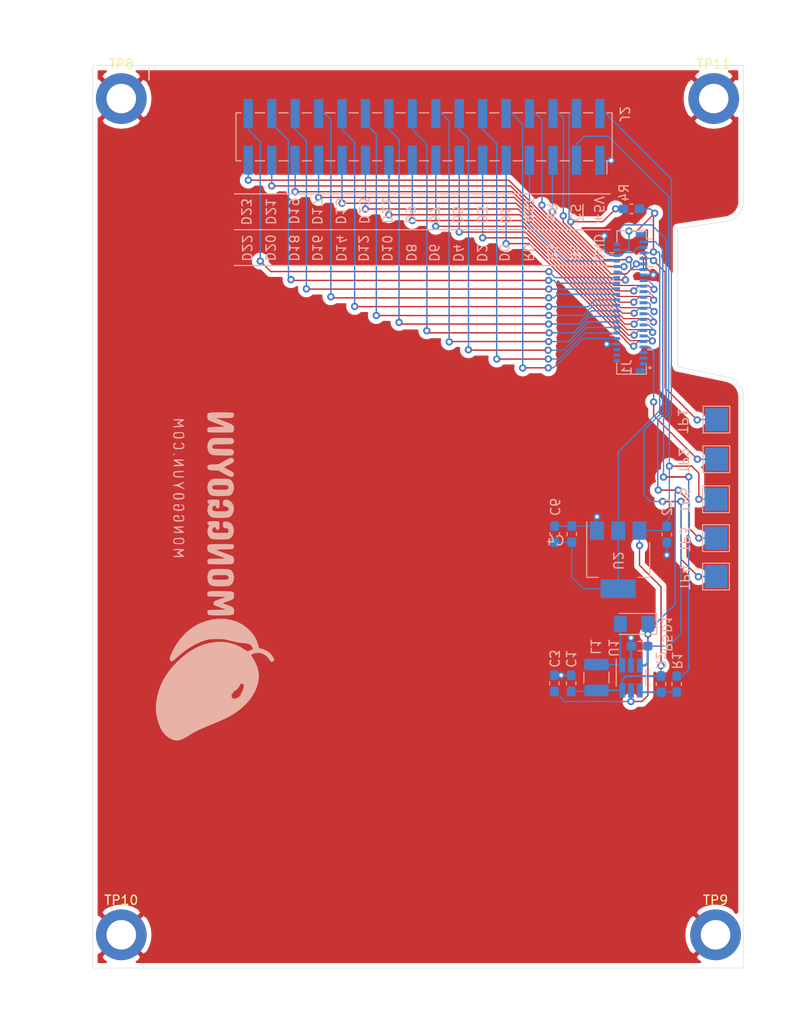
<source format=kicad_pcb>
(kicad_pcb (version 20171130) (host pcbnew "(5.1.4)-1")
  (layers (0 F.Cu signal) (31 B.Cu signal) (34 B.Paste user) (35 F.Paste user) (36 B.SilkS user) (37 F.SilkS user) (38 B.Mask user) (39 F.Mask user) (44 Edge.Cuts user))
  (net 0 "")
  (net 1 +5V)
  (net 2 GND)
  (net 3 /LEDA)
  (net 4 +3V3)
  (net 5 /RST)
  (net 6 "Net-(D1-Pad2)")
  (net 7 /LEDK)
  (net 8 /TE)
  (net 9 /RS)
  (net 10 /~CS~)
  (net 11 /DB22)
  (net 12 /DB20)
  (net 13 /DB18)
  (net 14 /DB16)
  (net 15 /DB14)
  (net 16 /DB12)
  (net 17 /DB10)
  (net 18 /DB8)
  (net 19 /DB6)
  (net 20 /DB4)
  (net 21 /DB2)
  (net 22 /DB0)
  (net 23 /LCD_ID)
  (net 24 /RD)
  (net 25 /WR)
  (net 26 /DB23)
  (net 27 /DB21)
  (net 28 /DB19)
  (net 29 /DB17)
  (net 30 /DB15)
  (net 31 /DB13)
  (net 32 /DB11)
  (net 33 /DB9)
  (net 34 /DB7)
  (net 35 /DB5)
  (net 36 /DB3)
  (net 37 /DB1)
  (net 38 /BL)
  (net 39 "Net-(R1-Pad1)")
  (net 40 "Net-(J1-Pad1)")
  (net 41 "Net-(J1-Pad3)")
  (net 42 "Net-(J1-Pad5)")
  (net 43 "Net-(J1-Pad2)")
  (net 44 "Net-(J1-Pad4)")
  (net 45 "Net-(J1-Pad6)")
  (module "qconnectors:NT35510-3.97inch-FH26W-45S-0.3SHW(60)" (layer B.Cu) (at 147.2 51.2 90)
    (fp_text reference J1 (at -6.9 -0.42 270) (layer B.SilkS) (effects (justify mirror)))
    (fp_text value "NT35510-3.97inch-FH26W-45S-0.3SHW(60)")
    (pad 0 smd rect (at 7.46 1.05 90) (size 0.55 1) (layers B.Cu B.Paste B.Mask))
    (pad 0 smd rect (at -7.3 1.05 90) (size 0.55 1) (layers B.Cu B.Paste B.Mask))
    (pad 44 smd rect (at 6.4 -1.5 90) (size 0.33 0.7) (layers B.Cu B.Paste B.Mask) (net 3 /LEDA))
    (pad 42 smd rect (at 5.8 -1.5 90) (size 0.33 0.7) (layers B.Cu B.Paste B.Mask) (net 4 +3V3))
    (pad 40 smd rect (at 5.2 -1.5 90) (size 0.33 0.7) (layers B.Cu B.Paste B.Mask) (net 2 GND))
    (pad 38 smd rect (at 4.6 -1.5 90) (size 0.33 0.7) (layers B.Cu B.Paste B.Mask) (net 24 /RD))
    (pad 36 smd rect (at 4 -1.5 90) (size 0.33 0.7) (layers B.Cu B.Paste B.Mask) (net 25 /WR))
    (pad 34 smd rect (at 3.4 -1.5 90) (size 0.33 0.7) (layers B.Cu B.Paste B.Mask) (net 5 /RST))
    (pad 32 smd rect (at 2.8 -1.5 90) (size 0.33 0.7) (layers B.Cu B.Paste B.Mask) (net 26 /DB23))
    (pad 30 smd rect (at 2.2 -1.5 90) (size 0.33 0.7) (layers B.Cu B.Paste B.Mask) (net 27 /DB21))
    (pad 28 smd rect (at 1.6 -1.5 90) (size 0.33 0.7) (layers B.Cu B.Paste B.Mask) (net 28 /DB19))
    (pad 26 smd rect (at 1 -1.5 90) (size 0.33 0.7) (layers B.Cu B.Paste B.Mask) (net 29 /DB17))
    (pad 24 smd rect (at 0.4 -1.5 90) (size 0.33 0.7) (layers B.Cu B.Paste B.Mask) (net 30 /DB15))
    (pad 22 smd rect (at -0.2 -1.5 90) (size 0.33 0.7) (layers B.Cu B.Paste B.Mask) (net 31 /DB13))
    (pad 20 smd rect (at -0.8 -1.5 90) (size 0.33 0.7) (layers B.Cu B.Paste B.Mask) (net 32 /DB11))
    (pad 18 smd rect (at -1.4 -1.5 90) (size 0.33 0.7) (layers B.Cu B.Paste B.Mask) (net 33 /DB9))
    (pad 16 smd rect (at -2 -1.5 90) (size 0.33 0.7) (layers B.Cu B.Paste B.Mask) (net 34 /DB7))
    (pad 14 smd rect (at -2.6 -1.5 90) (size 0.33 0.7) (layers B.Cu B.Paste B.Mask) (net 35 /DB5))
    (pad 12 smd rect (at -3.2 -1.5 90) (size 0.33 0.7) (layers B.Cu B.Paste B.Mask) (net 36 /DB3))
    (pad 10 smd rect (at -3.8 -1.5 90) (size 0.33 0.7) (layers B.Cu B.Paste B.Mask) (net 37 /DB1))
    (pad 8 smd rect (at -4.4 -1.5 90) (size 0.33 0.7) (layers B.Cu B.Paste B.Mask) (net 2 GND))
    (pad 6 smd rect (at -5 -1.5 90) (size 0.33 0.7) (layers B.Cu B.Paste B.Mask) (net 45 "Net-(J1-Pad6)"))
    (pad 4 smd rect (at -5.6 -1.5 90) (size 0.33 0.7) (layers B.Cu B.Paste B.Mask) (net 44 "Net-(J1-Pad4)"))
    (pad 2 smd rect (at -6.2 -1.5 90) (size 0.33 0.7) (layers B.Cu B.Paste B.Mask) (net 43 "Net-(J1-Pad2)"))
    (pad 45 smd rect (at 6.68 1.385 90) (size 0.33 0.85) (layers B.Cu B.Paste B.Mask) (net 7 /LEDK))
    (pad 43 smd rect (at 6.08 1.385 90) (size 0.33 0.85) (layers B.Cu B.Paste B.Mask) (net 2 GND))
    (pad 41 smd rect (at 5.48 1.385 90) (size 0.33 0.85) (layers B.Cu B.Paste B.Mask) (net 4 +3V3))
    (pad 39 smd rect (at 4.88 1.385 90) (size 0.33 0.85) (layers B.Cu B.Paste B.Mask) (net 8 /TE))
    (pad 37 smd rect (at 4.28 1.385 90) (size 0.33 0.85) (layers B.Cu B.Paste B.Mask) (net 9 /RS))
    (pad 35 smd rect (at 3.68 1.385 90) (size 0.33 0.85) (layers B.Cu B.Paste B.Mask) (net 10 /~CS~))
    (pad 33 smd rect (at 3.08 1.385 90) (size 0.33 0.85) (layers B.Cu B.Paste B.Mask) (net 2 GND))
    (pad 31 smd rect (at 2.48 1.385 90) (size 0.33 0.85) (layers B.Cu B.Paste B.Mask) (net 11 /DB22))
    (pad 29 smd rect (at 1.88 1.385 90) (size 0.33 0.85) (layers B.Cu B.Paste B.Mask) (net 12 /DB20))
    (pad 27 smd rect (at 1.28 1.385 90) (size 0.33 0.85) (layers B.Cu B.Paste B.Mask) (net 13 /DB18))
    (pad 25 smd rect (at 0.68 1.385 90) (size 0.33 0.85) (layers B.Cu B.Paste B.Mask) (net 14 /DB16))
    (pad 23 smd rect (at 0.08 1.385 90) (size 0.33 0.85) (layers B.Cu B.Paste B.Mask) (net 15 /DB14))
    (pad 21 smd rect (at -0.52 1.385 90) (size 0.33 0.85) (layers B.Cu B.Paste B.Mask) (net 16 /DB12))
    (pad 19 smd rect (at -1.12 1.385 90) (size 0.33 0.85) (layers B.Cu B.Paste B.Mask) (net 17 /DB10))
    (pad 17 smd rect (at -1.72 1.385 90) (size 0.33 0.85) (layers B.Cu B.Paste B.Mask) (net 18 /DB8))
    (pad 15 smd rect (at -2.32 1.385 90) (size 0.33 0.85) (layers B.Cu B.Paste B.Mask) (net 19 /DB6))
    (pad 13 smd rect (at -2.92 1.385 90) (size 0.33 0.85) (layers B.Cu B.Paste B.Mask) (net 20 /DB4))
    (pad 11 smd rect (at -3.52 1.385 90) (size 0.33 0.85) (layers B.Cu B.Paste B.Mask) (net 21 /DB2))
    (pad 9 smd rect (at -4.12 1.385 90) (size 0.33 0.85) (layers B.Cu B.Paste B.Mask) (net 22 /DB0))
    (pad 7 smd rect (at -4.72 1.385 90) (size 0.33 0.85) (layers B.Cu B.Paste B.Mask) (net 23 /LCD_ID))
    (pad 5 smd rect (at -5.32 1.385 90) (size 0.33 0.85) (layers B.Cu B.Paste B.Mask) (net 42 "Net-(J1-Pad5)"))
    (pad 3 smd rect (at -5.92 1.385 90) (size 0.33 0.85) (layers B.Cu B.Paste B.Mask) (net 41 "Net-(J1-Pad3)"))
    (pad 1 smd rect (at -6.52 1.385 90) (size 0.33 0.85) (layers B.Cu B.Paste B.Mask) (net 40 "Net-(J1-Pad1)"))
  )
  (module logo:monggoyun2 (layer B.Cu) (at 102.088 80.728 90)
    (fp_text reference G*** hide)
    (fp_text value monggoyun2 hide)
  )
  (module Capacitor_SMD:C_0603_1608Metric_Pad1.05x0.95mm_HandSolder (layer B.Cu) (at 140.75 92.355 90)
    (fp_text reference C1 (at 2.665 -0.04 270 unlocked) (layer B.SilkS) (effects (justify mirror)))
    (fp_text value 10uF)
    (pad 1 smd roundrect (at -0.875 0 90) (size 1.05 0.95) (layers B.Cu B.Paste B.Mask) (net 1 +5V))
    (pad 2 smd roundrect (at 0.875 0 90) (size 1.05 0.95) (layers B.Cu B.Paste B.Mask) (net 2 GND))
  )
  (module Capacitor_SMD:C_0603_1608Metric_Pad1.05x0.95mm_HandSolder (layer B.Cu) (at 151.12 76.23 90)
    (fp_text reference C2 (at 2.97 0.04 90) (layer B.SilkS) (effects (justify mirror)))
    (fp_text value 1uF)
    (pad 2 smd roundrect (at 0.875 0 90) (size 1.05 0.95) (layers B.Cu B.Paste B.Mask) (net 1 +5V))
    (pad 1 smd roundrect (at -0.875 0 90) (size 1.05 0.95) (layers B.Cu B.Paste B.Mask) (net 2 GND))
  )
  (module Capacitor_SMD:C_0603_1608Metric_Pad1.05x0.95mm_HandSolder (layer B.Cu) (at 138.93 92.345 270)
    (fp_text reference C3 (at -2.655 0.01 270 unlocked) (layer B.SilkS) (effects (justify mirror)))
    (fp_text value 0.1uF/25V)
    (pad 2 smd roundrect (at 0.875 0 270) (size 1.05 0.95) (layers B.Cu B.Paste B.Mask) (net 3 /LEDA))
    (pad 1 smd roundrect (at -0.875 0 270) (size 1.05 0.95) (layers B.Cu B.Paste B.Mask) (net 2 GND))
  )
  (module Capacitor_SMD:C_0603_1608Metric_Pad1.05x0.95mm_HandSolder (layer B.Cu) (at 140.82 76.195 90)
    (fp_text reference C4 (at -0.705 -1.76 180) (layer B.SilkS) (effects (justify mirror)))
    (fp_text value 0.1uF)
    (pad 1 smd roundrect (at -0.875 0 90) (size 1.05 0.95) (layers B.Cu B.Paste B.Mask) (net 4 +3V3))
    (pad 2 smd roundrect (at 0.875 0 90) (size 1.05 0.95) (layers B.Cu B.Paste B.Mask) (net 2 GND))
  )
  (module Diode_SMD:D_1206_3216Metric_Pad1.42x1.75mm_HandSolder (layer B.Cu) (at 147.5775 85.92 180)
    (fp_text reference D1 (at -3.5025 0.01 270 unlocked) (layer B.SilkS) (effects (justify mirror)))
    (fp_text value 1N4148)
    (pad 1 smd roundrect (at -1.4875 0 180) (size 1.425 1.75) (layers B.Cu B.Paste B.Mask) (roundrect_rratio 0.175439) (net 3 /LEDA))
    (pad 2 smd roundrect (at 1.4875 0 180) (size 1.425 1.75) (layers B.Cu B.Paste B.Mask) (roundrect_rratio 0.175439) (net 6 "Net-(D1-Pad2)"))
  )
  (module Resistor_SMD:R_0603_1608Metric_Pad1.05x0.95mm_HandSolder (layer B.Cu) (at 152.19 92.435 90)
    (fp_text reference R1 (at 2.565 0.01 270 unlocked) (layer B.SilkS) (effects (justify mirror)))
    (fp_text value 0R)
    (pad 1 smd roundrect (at -0.875 0 90) (size 1.05 0.95) (layers B.Cu B.Paste B.Mask) (net 39 "Net-(R1-Pad1)"))
    (pad 2 smd roundrect (at 0.875 0 90) (size 1.05 0.95) (layers B.Cu B.Paste B.Mask) (net 38 /BL))
  )
  (module Resistor_SMD:R_0603_1608Metric_Pad1.05x0.95mm_HandSolder (layer B.Cu) (at 150.49 92.445 90)
    (fp_text reference R2 (at 2.595 -0.05 270 unlocked) (layer B.SilkS) (effects (justify mirror)))
    (fp_text value 10K)
    (pad 2 smd roundrect (at 0.875 0 90) (size 1.05 0.95) (layers B.Cu B.Paste B.Mask) (net 1 +5V))
    (pad 1 smd roundrect (at -0.875 0 90) (size 1.05 0.95) (layers B.Cu B.Paste B.Mask) (net 39 "Net-(R1-Pad1)"))
  )
  (module Resistor_SMD:R_0603_1608Metric_Pad1.05x0.95mm_HandSolder (layer B.Cu) (at 147.285 40.95)
    (fp_text reference R4 (at -0.805 -1.75 -90) (layer B.SilkS) (effects (justify mirror)))
    (fp_text value 10K)
    (pad 1 smd roundrect (at -0.875 0) (size 1.05 0.95) (layers B.Cu B.Paste B.Mask) (net 10 /~CS~))
    (pad 2 smd roundrect (at 0.875 0) (size 1.05 0.95) (layers B.Cu B.Paste B.Mask) (net 4 +3V3))
  )
  (module Resistor_SMD:R_0603_1608Metric_Pad1.05x0.95mm_HandSolder (layer B.Cu) (at 148.165 88.32)
    (fp_text reference R5 (at 2.955 -0.33 270 unlocked) (layer B.SilkS) (effects (justify mirror)))
    (fp_text value 5R1)
    (pad 1 smd roundrect (at -0.875 0) (size 1.05 0.95) (layers B.Cu B.Paste B.Mask) (net 2 GND))
    (pad 2 smd roundrect (at 0.875 0) (size 1.05 0.95) (layers B.Cu B.Paste B.Mask) (net 7 /LEDK))
  )
  (module TestPoint:TestPoint_Pad_2.5x2.5mm (layer B.Cu) (at 156.5 63.78)
    (fp_text reference TP1 (at -3.67 0.13 -90 unlocked) (layer B.SilkS) (effects (justify mirror)))
    (fp_text value TE)
    (pad 1 smd rect (at 0 0) (size 2.5 2.5) (layers B.Cu B.Mask) (net 8 /TE))
  )
  (module TestPoint:TestPoint_Pad_2.5x2.5mm (layer B.Cu) (at 156.49 68.08)
    (fp_text reference TP2 (at -3.57 0.13 -90 unlocked) (layer B.SilkS) (effects (justify mirror)))
    (fp_text value LCD_ID)
    (pad 1 smd rect (at 0 0) (size 2.5 2.5) (layers B.Cu B.Mask) (net 23 /LCD_ID))
  )
  (module TestPoint:TestPoint_Pad_2.5x2.5mm (layer B.Cu) (at 156.45 76.63)
    (fp_text reference TP3 (at -3.41 0.11 -90 unlocked) (layer B.SilkS) (effects (justify mirror)))
    (fp_text value LEDA)
    (pad 1 smd rect (at 0 0) (size 2.5 2.5) (layers B.Cu B.Mask) (net 3 /LEDA))
  )
  (module TestPoint:TestPoint_Pad_2.5x2.5mm (layer B.Cu) (at 156.45 80.79)
    (fp_text reference TP4 (at -3.41 0.09 -90 unlocked) (layer B.SilkS) (effects (justify mirror)))
    (fp_text value LEDK)
    (pad 1 smd rect (at 0 0) (size 2.5 2.5) (layers B.Cu B.Mask) (net 7 /LEDK))
  )
  (module TestPoint:TestPoint_Pad_2.5x2.5mm (layer B.Cu) (at 156.45 72.41)
    (fp_text reference TP5 (at -3.41 0.07 -90 unlocked) (layer B.SilkS) (effects (justify mirror)))
    (fp_text value +5V)
    (pad 1 smd rect (at 0 0) (size 2.5 2.5) (layers B.Cu B.Mask) (net 1 +5V))
  )
  (module Package_TO_SOT_SMD:SOT-23-6_Handsoldering (layer B.Cu) (at 147.24 91.77 270)
    (fp_text reference U1 (at -3.27 1.92 270 unlocked) (layer B.SilkS) (effects (justify mirror)))
    (fp_text value PT4103-SOT23-6)
    (pad 1 smd rect (at -1.35 0.95 270) (size 1.56 0.65) (layers B.Cu B.Paste B.Mask) (net 6 "Net-(D1-Pad2)"))
    (pad 2 smd rect (at -1.35 0 270) (size 1.56 0.65) (layers B.Cu B.Paste B.Mask) (net 2 GND))
    (pad 3 smd rect (at -1.35 -0.95 270) (size 1.56 0.65) (layers B.Cu B.Paste B.Mask) (net 7 /LEDK))
    (pad 4 smd rect (at 1.35 -0.95 270) (size 1.56 0.65) (layers B.Cu B.Paste B.Mask) (net 39 "Net-(R1-Pad1)"))
    (pad 6 smd rect (at 1.35 0.95 270) (size 1.56 0.65) (layers B.Cu B.Paste B.Mask) (net 1 +5V))
    (pad 5 smd rect (at 1.35 0 270) (size 1.56 0.65) (layers B.Cu B.Paste B.Mask) (net 3 /LEDA))
  )
  (module Package_TO_SOT_SMD:SOT-223-3_TabPin2 (layer B.Cu) (at 145.85 78.96 270)
    (fp_text reference U2 (at 0.12 0.02 270 unlocked) (layer B.SilkS) (effects (justify mirror)))
    (fp_text value AMS1117-3.3)
    (pad 2 smd rect (at 3.15 0 270) (size 2 3.8) (layers B.Cu B.Paste B.Mask) (net 4 +3V3))
    (pad 2 smd rect (at -3.15 0 270) (size 2 1.5) (layers B.Cu B.Paste B.Mask) (net 4 +3V3))
    (pad 3 smd rect (at -3.15 -2.3 270) (size 2 1.5) (layers B.Cu B.Paste B.Mask) (net 1 +5V))
    (pad 1 smd rect (at -3.15 2.3 270) (size 2 1.5) (layers B.Cu B.Paste B.Mask) (net 2 GND))
  )
  (module Connector_PinHeader_2.54mm:PinHeader_2x16_P2.54mm_Vertical_SMD (layer B.Cu) (at 124.81 33.15 90)
    (fp_text reference J2 (at 2.46 21.728 270 unlocked) (layer B.SilkS) (effects (justify mirror)))
    (fp_text value LCD_I8080_CONNECTOR_16x2)
    (pad 1 smd rect (at -2.525 19.05 90) (size 3.15 1) (layers B.Cu B.Paste B.Mask) (net 2 GND))
    (pad 2 smd rect (at 2.525 19.05 90) (size 3.15 1) (layers B.Cu B.Paste B.Mask) (net 1 +5V))
    (pad 3 smd rect (at -2.525 16.51 90) (size 3.15 1) (layers B.Cu B.Paste B.Mask) (net 38 /BL))
    (pad 4 smd rect (at 2.525 16.51 90) (size 3.15 1) (layers B.Cu B.Paste B.Mask) (net 10 /~CS~))
    (pad 5 smd rect (at -2.525 13.97 90) (size 3.15 1) (layers B.Cu B.Paste B.Mask) (net 9 /RS))
    (pad 6 smd rect (at 2.525 13.97 90) (size 3.15 1) (layers B.Cu B.Paste B.Mask) (net 25 /WR))
    (pad 7 smd rect (at -2.525 11.43 90) (size 3.15 1) (layers B.Cu B.Paste B.Mask) (net 24 /RD))
    (pad 8 smd rect (at 2.525 11.43 90) (size 3.15 1) (layers B.Cu B.Paste B.Mask) (net 5 /RST))
    (pad 9 smd rect (at -2.525 8.89 90) (size 3.15 1) (layers B.Cu B.Paste B.Mask) (net 22 /DB0))
    (pad 10 smd rect (at 2.525 8.89 90) (size 3.15 1) (layers B.Cu B.Paste B.Mask) (net 37 /DB1))
    (pad 11 smd rect (at -2.525 6.35 90) (size 3.15 1) (layers B.Cu B.Paste B.Mask) (net 21 /DB2))
    (pad 12 smd rect (at 2.525 6.35 90) (size 3.15 1) (layers B.Cu B.Paste B.Mask) (net 36 /DB3))
    (pad 13 smd rect (at -2.525 3.81 90) (size 3.15 1) (layers B.Cu B.Paste B.Mask) (net 20 /DB4))
    (pad 14 smd rect (at 2.525 3.81 90) (size 3.15 1) (layers B.Cu B.Paste B.Mask) (net 35 /DB5))
    (pad 15 smd rect (at -2.525 1.27 90) (size 3.15 1) (layers B.Cu B.Paste B.Mask) (net 19 /DB6))
    (pad 16 smd rect (at 2.525 1.27 90) (size 3.15 1) (layers B.Cu B.Paste B.Mask) (net 34 /DB7))
    (pad 17 smd rect (at -2.525 -1.27 90) (size 3.15 1) (layers B.Cu B.Paste B.Mask) (net 18 /DB8))
    (pad 18 smd rect (at 2.525 -1.27 90) (size 3.15 1) (layers B.Cu B.Paste B.Mask) (net 33 /DB9))
    (pad 19 smd rect (at -2.525 -3.81 90) (size 3.15 1) (layers B.Cu B.Paste B.Mask) (net 17 /DB10))
    (pad 20 smd rect (at 2.525 -3.81 90) (size 3.15 1) (layers B.Cu B.Paste B.Mask) (net 32 /DB11))
    (pad 21 smd rect (at -2.525 -6.35 90) (size 3.15 1) (layers B.Cu B.Paste B.Mask) (net 16 /DB12))
    (pad 22 smd rect (at 2.525 -6.35 90) (size 3.15 1) (layers B.Cu B.Paste B.Mask) (net 31 /DB13))
    (pad 23 smd rect (at -2.525 -8.89 90) (size 3.15 1) (layers B.Cu B.Paste B.Mask) (net 15 /DB14))
    (pad 24 smd rect (at 2.525 -8.89 90) (size 3.15 1) (layers B.Cu B.Paste B.Mask) (net 30 /DB15))
    (pad 25 smd rect (at -2.525 -11.43 90) (size 3.15 1) (layers B.Cu B.Paste B.Mask) (net 14 /DB16))
    (pad 26 smd rect (at 2.525 -11.43 90) (size 3.15 1) (layers B.Cu B.Paste B.Mask) (net 29 /DB17))
    (pad 27 smd rect (at -2.525 -13.97 90) (size 3.15 1) (layers B.Cu B.Paste B.Mask) (net 13 /DB18))
    (pad 28 smd rect (at 2.525 -13.97 90) (size 3.15 1) (layers B.Cu B.Paste B.Mask) (net 28 /DB19))
    (pad 29 smd rect (at -2.525 -16.51 90) (size 3.15 1) (layers B.Cu B.Paste B.Mask) (net 12 /DB20))
    (pad 30 smd rect (at 2.525 -16.51 90) (size 3.15 1) (layers B.Cu B.Paste B.Mask) (net 27 /DB21))
    (pad 31 smd rect (at -2.525 -19.05 90) (size 3.15 1) (layers B.Cu B.Paste B.Mask) (net 11 /DB22))
    (pad 32 smd rect (at 2.525 -19.05 90) (size 3.15 1) (layers B.Cu B.Paste B.Mask) (net 26 /DB23))
  )
  (module MountingHole:MountingHole_3.2mm_M3_ISO14580_Pad (layer F.Cu) (at 92 29)
    (fp_text reference TP8 (at 0 -3.75) (layer F.SilkS))
    (fp_text value M3)
    (pad 1 thru_hole circle (at 0 0) (size 5.5 5.5) (drill 3.2) (layers *.Cu *.Mask) (net 2 GND))
  )
  (module MountingHole:MountingHole_3.2mm_M3_ISO14580_Pad (layer F.Cu) (at 156.4 119.6)
    (fp_text reference TP9 (at 0 -3.75) (layer F.SilkS))
    (fp_text value M3)
    (pad 1 thru_hole circle (at 0 0) (size 5.5 5.5) (drill 3.2) (layers *.Cu *.Mask) (net 2 GND))
  )
  (module MountingHole:MountingHole_3.2mm_M3_ISO14580_Pad (layer F.Cu) (at 92 119.6)
    (fp_text reference TP10 (at 0 -3.75) (layer F.SilkS))
    (fp_text value M3)
    (pad 1 thru_hole circle (at 0 0) (size 5.5 5.5) (drill 3.2) (layers *.Cu *.Mask) (net 2 GND))
  )
  (module MountingHole:MountingHole_3.2mm_M3_ISO14580_Pad (layer F.Cu) (at 156.2 29)
    (fp_text reference TP11 (at 0 -3.75) (layer F.SilkS))
    (fp_text value M3)
    (pad 1 thru_hole circle (at 0 0) (size 5.5 5.5) (drill 3.2) (layers *.Cu *.Mask) (net 2 GND))
  )
  (module Capacitor_SMD:C_0603_1608Metric_Pad1.05x0.95mm_HandSolder (layer B.Cu) (at 138.97 76.195 90)
    (fp_text reference C6 (at 2.945 -0.01 270 unlocked) (layer B.SilkS) (effects (justify mirror)))
    (fp_text value 0.1uF)
    (pad 1 smd roundrect (at -0.875 0 90) (size 1.05 0.95) (layers B.Cu B.Paste B.Mask) (net 4 +3V3))
    (pad 2 smd roundrect (at 0.875 0 90) (size 1.05 0.95) (layers B.Cu B.Paste B.Mask) (net 2 GND))
  )
  (module Inductor_SMD:L_1210_3225Metric (layer B.Cu) (at 143.49 91.72 90)
    (fp_text reference L1 (at 3.35 -0.11 270 unlocked) (layer B.SilkS) (effects (justify mirror)))
    (fp_text value 2.2uH<0.1R/1.5A>)
    (pad 1 smd roundrect (at -1.4 0 90) (size 1.25 2.65) (layers B.Cu B.Paste B.Mask) (roundrect_rratio 0.2) (net 1 +5V))
    (pad 2 smd roundrect (at 1.4 0 90) (size 1.25 2.65) (layers B.Cu B.Paste B.Mask) (roundrect_rratio 0.2) (net 6 "Net-(D1-Pad2)"))
  )
  (gr_line (start 145 39.326) (end 104.257 39.326) (layer B.SilkS) (width 0.13))
  (gr_line (start 159.4 25.4) (end 159.4 40) (layer Edge.Cuts) (width 0.05))
  (gr_line (start 152.3 43.09) (end 157.59 42.29) (layer Edge.Cuts) (width 0.05))
  (gr_arc (start 157.227134 40.141216) (end 157.59 42.29) (angle -84.12828522) (layer Edge.Cuts) (width 0.05))
  (gr_line (start 152.3 58.06) (end 157.619424 59.163094) (layer Edge.Cuts) (width 0.05))
  (gr_arc (start 157.22064 61.30596) (end 159.4 61.27) (angle -78.51262631) (layer Edge.Cuts) (width 0.05))
  (gr_line (start 159.4 61.27) (end 159.4 123.2) (layer Edge.Cuts) (width 0.05))
  (gr_line (start 152.3 43.09) (end 152.3 58.06) (layer Edge.Cuts) (width 0.05))
  (gr_line (start 145 47.09) (end 104.25 47.09) (layer B.SilkS) (width 0.13))
  (gr_text D3 (at 131.082 41.582 270) (layer B.SilkS) (effects (font (size 1 1)) (justify mirror)))
  (gr_text D6 (at 125.882 45.696 270) (layer B.SilkS) (effects (font (size 1 1)) (justify mirror)))
  (gr_text ~CS~ (at 141.204 41.358 270) (layer B.SilkS) (effects (font (size 1 1)) (justify mirror)))
  (gr_text RST (at 136.124 41.104 270) (layer B.SilkS) (effects (font (size 1 1)) (justify mirror)))
  (gr_text D0 (at 133.472 45.696 270) (layer B.SilkS) (effects (font (size 1 1)) (justify mirror)))
  (gr_text WR (at 138.664 41.358 270) (layer B.SilkS) (effects (font (size 1 1)) (justify mirror)))
  (gr_text RD (at 136.124 45.676 270) (layer B.SilkS) (effects (font (size 1 1)) (justify mirror)))
  (gr_text RS (at 138.664 45.676 270) (layer B.SilkS) (effects (font (size 1 1)) (justify mirror)))
  (gr_text D1 (at 133.642 41.622 270) (layer B.SilkS) (effects (font (size 1 1)) (justify mirror)))
  (gr_text D2 (at 131.062 45.736 270) (layer B.SilkS) (effects (font (size 1 1)) (justify mirror)))
  (gr_text D4 (at 128.492 45.736 270) (layer B.SilkS) (effects (font (size 1 1)) (justify mirror)))
  (gr_text D5 (at 128.422 41.602 270) (layer B.SilkS) (effects (font (size 1 1)) (justify mirror)))
  (gr_text D7 (at 125.892 41.622 270) (layer B.SilkS) (effects (font (size 1 1)) (justify mirror)))
  (gr_text D8 (at 123.392 45.696 270) (layer B.SilkS) (effects (font (size 1 1)) (justify mirror)))
  (gr_text D9 (at 123.322 41.582 270) (layer B.SilkS) (effects (font (size 1 1)) (justify mirror)))
  (gr_text D10 (at 120.782 45.226 270) (layer B.SilkS) (effects (font (size 1 1)) (justify mirror)))
  (gr_text D11 (at 120.792 41.102 270) (layer B.SilkS) (effects (font (size 1 1)) (justify mirror)))
  (gr_text D12 (at 118.212 45.226 270) (layer B.SilkS) (effects (font (size 1 1)) (justify mirror)))
  (gr_text D13 (at 118.302 41.142 270) (layer B.SilkS) (effects (font (size 1 1)) (justify mirror)))
  (gr_text D14 (at 115.802 45.226 270) (layer B.SilkS) (effects (font (size 1 1)) (justify mirror)))
  (gr_text D15 (at 115.752 41.192 270) (layer B.SilkS) (effects (font (size 1 1)) (justify mirror)))
  (gr_text D16 (at 113.212 45.186 270) (layer B.SilkS) (effects (font (size 1 1)) (justify mirror)))
  (gr_text D17 (at 113.202 41.232 270) (layer B.SilkS) (effects (font (size 1 1)) (justify mirror)))
  (gr_text D18 (at 110.692 45.196 270) (layer B.SilkS) (effects (font (size 1 1)) (justify mirror)))
  (gr_text D19 (at 110.682 41.172 270) (layer B.SilkS) (effects (font (size 1 1)) (justify mirror)))
  (gr_text D20 (at 108.132 45.166 270) (layer B.SilkS) (effects (font (size 1 1)) (justify mirror)))
  (gr_text D21 (at 108.172 41.232 270) (layer B.SilkS) (effects (font (size 1 1)) (justify mirror)))
  (gr_text D22 (at 105.602 45.196 270) (layer B.SilkS) (effects (font (size 1 1)) (justify mirror)))
  (gr_text D23 (at 105.512 41.272 270) (layer B.SilkS) (effects (font (size 1 1)) (justify mirror)))
  (gr_text BL (at 141.204 45.676 270) (layer B.SilkS) (effects (font (size 1 1)) (justify mirror)))
  (gr_line (start 145 43.21) (end 104.257 43.21) (layer B.SilkS) (width 0.13))
  (gr_text +5V (at 143.744 41.104 270) (layer B.SilkS) (effects (font (size 1 1)) (justify mirror)))
  (gr_text GND (at 143.744 45.168 270) (layer B.SilkS) (effects (font (size 1 1)) (justify mirror)))
  (gr_line (start 95 27) (end 95 25.6) (layer F.SilkS) (width 0.13))
  (gr_line (start 159.4 123.2) (end 88.9 123.2) (layer Edge.Cuts) (width 0.05))
  (gr_line (start 88.9 25.4) (end 159.4 25.4) (layer Edge.Cuts) (width 0.05))
  (gr_line (start 88.9 25.4) (end 88.9 123.2) (layer Edge.Cuts) (width 0.05))
  (segment (start 148.58999 47.425983) (end 148.754018 47.59001) (width 0.15) (layer F.Cu) (net 0))
  (segment (start 148.58999 46.37999) (end 148.58999 47.425983) (width 0.15) (layer F.Cu) (net 0))
  (segment (start 148.48 46.14) (end 148.48 46.27) (width 0.15) (layer F.Cu) (net 0))
  (segment (start 148.48 46.27) (end 148.58999 46.37999) (width 0.15) (layer F.Cu) (net 0))
  (segment (start 144.51 30.625) (end 144.545 30.59) (width 0.15) (layer B.Cu) (net 1))
  (segment (start 143.86 30.625) (end 144.51 30.625) (width 0.15) (layer B.Cu) (net 1))
  (segment (start 150.665 75.81) (end 151.12 75.355) (width 0.13) (layer B.Cu) (net 1))
  (segment (start 148.15 75.81) (end 150.665 75.81) (width 0.13) (layer B.Cu) (net 1))
  (segment (start 143.49 93.12) (end 146.29 93.12) (width 0.2) (layer B.Cu) (net 1))
  (segment (start 146.68 91.57) (end 150.49 91.57) (width 0.2) (layer B.Cu) (net 1))
  (segment (start 146.29 93.12) (end 146.29 91.96) (width 0.2) (layer B.Cu) (net 1))
  (segment (start 146.29 91.96) (end 146.68 91.57) (width 0.2) (layer B.Cu) (net 1))
  (segment (start 151.12 75.355) (end 151.12 74.73) (width 0.15) (layer B.Cu) (net 1))
  (segment (start 143.38 93.23) (end 143.49 93.12) (width 0.15) (layer B.Cu) (net 1))
  (segment (start 140.75 93.23) (end 143.38 93.23) (width 0.15) (layer B.Cu) (net 1))
  (segment (start 144.51 30.625) (end 151.0325 37.1475) (width 0.15) (layer B.Cu) (net 1))
  (segment (start 151.61002 39.504027) (end 151.61002 57.81) (width 0.13) (layer B.Cu) (net 1))
  (segment (start 151.61002 63.29998) (end 151.38001 63.52999) (width 0.13) (layer B.Cu) (net 1))
  (segment (start 151.61002 57.81) (end 151.61002 63.29998) (width 0.13) (layer B.Cu) (net 1))
  (segment (start 151.39001 63.53999) (end 151.39001 64.679874) (width 0.13) (layer B.Cu) (net 1))
  (segment (start 151.38001 63.52999) (end 151.39001 63.53999) (width 0.13) (layer B.Cu) (net 1))
  (segment (start 151.39001 72.179808) (end 151.38 72.189818) (width 0.13) (layer B.Cu) (net 1))
  (segment (start 151.39001 74.45999) (end 151.195 74.655) (width 0.13) (layer B.Cu) (net 1))
  (segment (start 151.39001 72.09001) (end 151.39001 74.45999) (width 0.13) (layer B.Cu) (net 1))
  (segment (start 151.12 74.73) (end 151.195 74.655) (width 0.15) (layer B.Cu) (net 1))
  (segment (start 151.39001 72.09001) (end 151.39001 72.179808) (width 0.13) (layer B.Cu) (net 1))
  (segment (start 151.61002 37.72502) (end 151.0325 37.1475) (width 0.15) (layer B.Cu) (net 1))
  (segment (start 151.61002 39.504027) (end 151.61002 37.72502) (width 0.15) (layer B.Cu) (net 1))
  (segment (start 151.39001 70.46001) (end 151.39001 72.09001) (width 0.13) (layer B.Cu) (net 1))
  (via (at 154.59 72.41) (size 0.8) (drill 0.4) (layers F.Cu B.Cu) (net 1))
  (segment (start 156.45 72.41) (end 154.59 72.41) (width 0.15) (layer B.Cu) (net 1))
  (segment (start 154.59 72.41) (end 154.59 69.59) (width 0.15) (layer F.Cu) (net 1))
  (via (at 151.39001 68.81999) (size 0.8) (drill 0.4) (layers F.Cu B.Cu) (net 1))
  (segment (start 153.81999 68.81999) (end 151.39001 68.81999) (width 0.15) (layer F.Cu) (net 1))
  (segment (start 154.59 69.59) (end 153.81999 68.81999) (width 0.15) (layer F.Cu) (net 1))
  (segment (start 151.39001 63.53999) (end 151.39001 68.81999) (width 0.13) (layer B.Cu) (net 1))
  (segment (start 151.39001 68.81999) (end 151.39001 70.46001) (width 0.13) (layer B.Cu) (net 1))
  (via (at 150.49 90.44) (size 0.8) (drill 0.4) (layers F.Cu B.Cu) (net 1))
  (segment (start 150.49 91.57) (end 150.49 90.44) (width 0.15) (layer B.Cu) (net 1))
  (segment (start 150.49 90.44) (end 150.49 81.89) (width 0.15) (layer F.Cu) (net 1))
  (via (at 148.16 77.42) (size 0.8) (drill 0.4) (layers F.Cu B.Cu) (net 1))
  (segment (start 150.49 81.89) (end 148.16 79.56) (width 0.15) (layer F.Cu) (net 1))
  (segment (start 148.16 79.56) (end 148.16 77.42) (width 0.15) (layer F.Cu) (net 1))
  (segment (start 148.15 76.844315) (end 148.15 75.81) (width 0.15) (layer B.Cu) (net 1))
  (segment (start 148.16 76.854315) (end 148.15 76.844315) (width 0.15) (layer B.Cu) (net 1))
  (segment (start 148.16 77.42) (end 148.16 76.854315) (width 0.15) (layer B.Cu) (net 1))
  (segment (start 147.24 88.37) (end 147.29 88.32) (width 0.25) (layer B.Cu) (net 2))
  (segment (start 147.24 90.42) (end 147.24 88.37) (width 0.25) (layer B.Cu) (net 2))
  (segment (start 144.51 35.675) (end 144.545 35.71) (width 0.15) (layer B.Cu) (net 2))
  (segment (start 143.86 35.675) (end 144.51 35.675) (width 0.15) (layer B.Cu) (net 2))
  (via (at 145.09 35.71) (size 0.8) (drill 0.4) (layers F.Cu B.Cu) (net 2))
  (segment (start 144.545 35.71) (end 145.09 35.71) (width 0.15) (layer B.Cu) (net 2))
  (segment (start 143.06 75.32) (end 143.55 75.81) (width 0.13) (layer B.Cu) (net 2))
  (segment (start 140.82 75.32) (end 143.06 75.32) (width 0.13) (layer B.Cu) (net 2))
  (via (at 147.24 87.43) (size 0.8) (drill 0.4) (layers F.Cu B.Cu) (net 2))
  (segment (start 147.29 88.32) (end 147.29 87.48) (width 0.15) (layer B.Cu) (net 2))
  (segment (start 147.29 87.48) (end 147.24 87.43) (width 0.15) (layer B.Cu) (net 2))
  (segment (start 140.175 91.48) (end 140.155 91.46) (width 0.15) (layer B.Cu) (net 2))
  (segment (start 140.75 91.48) (end 140.175 91.48) (width 0.15) (layer B.Cu) (net 2))
  (via (at 139.67 91.48) (size 0.8) (drill 0.4) (layers F.Cu B.Cu) (net 2))
  (segment (start 140.75 91.48) (end 139.67 91.48) (width 0.15) (layer B.Cu) (net 2))
  (segment (start 139.545 75.32) (end 140.82 75.32) (width 0.15) (layer B.Cu) (net 2))
  (segment (start 138.97 75.32) (end 139.545 75.32) (width 0.15) (layer B.Cu) (net 2))
  (segment (start 151.12 77.105) (end 151.12 78.46) (width 0.15) (layer B.Cu) (net 2))
  (via (at 151.12 78.46) (size 0.8) (drill 0.4) (layers F.Cu B.Cu) (net 2))
  (segment (start 143.55 75.81) (end 143.55 74.66) (width 0.15) (layer B.Cu) (net 2))
  (via (at 143.55 74.31) (size 0.8) (drill 0.4) (layers F.Cu B.Cu) (net 2))
  (segment (start 143.55 74.66) (end 143.55 74.31) (width 0.15) (layer B.Cu) (net 2))
  (segment (start 144.35 43.88) (end 144.35 43.86) (width 0.15) (layer B.Cu) (net 2))
  (segment (start 144.35 45.38) (end 144.97 46) (width 0.15) (layer B.Cu) (net 2))
  (segment (start 144.97 46) (end 145.7 46) (width 0.15) (layer B.Cu) (net 2))
  (segment (start 144.35 43.86) (end 144.35 45.38) (width 0.15) (layer B.Cu) (net 2))
  (via (at 144.35 43.86) (size 0.8) (drill 0.4) (layers F.Cu B.Cu) (net 2))
  (segment (start 148.01 45.12) (end 148.585 45.12) (width 0.15) (layer B.Cu) (net 2))
  (segment (start 147.44999 45.68001) (end 148.01 45.12) (width 0.15) (layer B.Cu) (net 2))
  (segment (start 146.51999 45.68001) (end 147.44999 45.68001) (width 0.15) (layer B.Cu) (net 2))
  (segment (start 146.2 46) (end 146.51999 45.68001) (width 0.15) (layer B.Cu) (net 2))
  (segment (start 145.7 46) (end 146.2 46) (width 0.15) (layer B.Cu) (net 2))
  (via (at 149.66 48.1) (size 0.8) (drill 0.4) (layers F.Cu B.Cu) (net 2))
  (segment (start 148.585 48.12) (end 149.64 48.12) (width 0.15) (layer B.Cu) (net 2))
  (segment (start 149.64 48.12) (end 149.66 48.1) (width 0.15) (layer B.Cu) (net 2))
  (via (at 144.61 55.6) (size 0.8) (drill 0.4) (layers F.Cu B.Cu) (net 2))
  (segment (start 145.7 55.6) (end 144.61 55.6) (width 0.15) (layer B.Cu) (net 2))
  (segment (start 149.66 48.1) (end 148.87 47.31) (width 0.15) (layer F.Cu) (net 2))
  (segment (start 148.87 47.31) (end 148.87 46.11) (width 0.15) (layer F.Cu) (net 2))
  (segment (start 148.87 46.134007) (end 148.87 46.264007) (width 0.15) (layer F.Cu) (net 2))
  (segment (start 148.62 45.884007) (end 148.87 46.134007) (width 0.15) (layer F.Cu) (net 2))
  (segment (start 148.62 45.86) (end 148.62 45.884007) (width 0.15) (layer F.Cu) (net 2))
  (segment (start 148.62 45.86) (end 147.79 45.03) (width 0.15) (layer F.Cu) (net 2))
  (segment (start 148.87 46.11) (end 148.62 45.86) (width 0.15) (layer F.Cu) (net 2))
  (segment (start 139.66 91.47) (end 139.67 91.48) (width 0.15) (layer B.Cu) (net 2))
  (segment (start 138.93 91.47) (end 139.66 91.47) (width 0.15) (layer B.Cu) (net 2))
  (via (at 150.19 71.42) (size 0.8) (drill 0.4) (layers F.Cu B.Cu) (net 3))
  (segment (start 152.435039 71.42) (end 152.455039 71.44) (width 0.15) (layer F.Cu) (net 3))
  (via (at 152.350001 71.42) (size 0.8) (drill 0.4) (layers F.Cu B.Cu) (net 3))
  (segment (start 151.47 71.42) (end 152.350001 71.42) (width 0.15) (layer F.Cu) (net 3))
  (segment (start 151.47 71.42) (end 152.435039 71.42) (width 0.15) (layer F.Cu) (net 3))
  (segment (start 150.19 71.42) (end 151.47 71.42) (width 0.15) (layer F.Cu) (net 3))
  (segment (start 152.350001 71.42) (end 152.35 71.42) (width 0.15) (layer B.Cu) (net 3))
  (segment (start 152.35 71.42) (end 152.025011 71.744989) (width 0.15) (layer B.Cu) (net 3))
  (segment (start 152.025011 83.772489) (end 152.025011 82.365011) (width 0.15) (layer B.Cu) (net 3))
  (segment (start 149.8775 85.92) (end 152.025011 83.772489) (width 0.15) (layer B.Cu) (net 3))
  (segment (start 149.065 85.92) (end 149.8775 85.92) (width 0.15) (layer B.Cu) (net 3))
  (segment (start 152.025011 71.744989) (end 152.025011 82.365011) (width 0.15) (layer B.Cu) (net 3))
  (via (at 147.23 94.32) (size 0.8) (drill 0.4) (layers F.Cu B.Cu) (net 3))
  (segment (start 147.24 93.12) (end 147.24 94.31) (width 0.15) (layer B.Cu) (net 3))
  (segment (start 147.24 94.31) (end 147.23 94.32) (width 0.15) (layer B.Cu) (net 3))
  (segment (start 147.23 94.32) (end 148.42 94.32) (width 0.15) (layer F.Cu) (net 3))
  (via (at 149.07 87.03) (size 0.8) (drill 0.4) (layers F.Cu B.Cu) (net 3))
  (segment (start 148.42 94.32) (end 149.07 93.67) (width 0.15) (layer F.Cu) (net 3))
  (segment (start 149.07 93.67) (end 149.07 87.03) (width 0.15) (layer F.Cu) (net 3))
  (segment (start 149.07 85.925) (end 149.065 85.92) (width 0.15) (layer B.Cu) (net 3))
  (segment (start 149.07 87.03) (end 149.07 85.925) (width 0.15) (layer B.Cu) (net 3))
  (segment (start 139.449072 93.719072) (end 140.05 94.32) (width 0.15) (layer B.Cu) (net 3))
  (segment (start 139.429072 93.719072) (end 139.449072 93.719072) (width 0.15) (layer B.Cu) (net 3))
  (segment (start 138.93 93.22) (end 139.429072 93.719072) (width 0.15) (layer B.Cu) (net 3))
  (segment (start 140.05 94.32) (end 147.23 94.32) (width 0.15) (layer B.Cu) (net 3))
  (via (at 154.58 76.62) (size 0.8) (drill 0.4) (layers F.Cu B.Cu) (net 3))
  (segment (start 156.45 76.63) (end 154.59 76.63) (width 0.15) (layer B.Cu) (net 3))
  (segment (start 154.59 76.63) (end 154.58 76.62) (width 0.15) (layer B.Cu) (net 3))
  (segment (start 154.58 76.62) (end 153.55 75.59) (width 0.15) (layer F.Cu) (net 3))
  (segment (start 153.55 72.619999) (end 152.350001 71.42) (width 0.15) (layer F.Cu) (net 3))
  (segment (start 153.55 75.59) (end 153.55 72.619999) (width 0.15) (layer F.Cu) (net 3))
  (segment (start 145.7 44.8) (end 145.7 43.6) (width 0.15) (layer B.Cu) (net 3))
  (segment (start 145.7 43.745) (end 145.7 43.6) (width 0.15) (layer B.Cu) (net 3))
  (segment (start 150.14 71.37) (end 150.19 71.42) (width 0.15) (layer B.Cu) (net 3))
  (segment (start 150.14 63.864414) (end 150.14 71.37) (width 0.15) (layer B.Cu) (net 3))
  (segment (start 145.7 43.6) (end 145.7 43.43) (width 0.15) (layer B.Cu) (net 3))
  (segment (start 145.7 43.43) (end 146.445 42.685) (width 0.15) (layer B.Cu) (net 3))
  (segment (start 149.475002 42.685) (end 151.04 44.249998) (width 0.15) (layer B.Cu) (net 3))
  (segment (start 146.445 42.685) (end 149.475002 42.685) (width 0.15) (layer B.Cu) (net 3))
  (segment (start 151.04 44.249998) (end 151.04 62.964414) (width 0.15) (layer B.Cu) (net 3))
  (segment (start 151.04 62.964414) (end 150.14 63.864414) (width 0.15) (layer B.Cu) (net 3))
  (segment (start 140.82 77.07) (end 140.82 80.84) (width 0.13) (layer B.Cu) (net 4))
  (segment (start 142.09 82.11) (end 145.85 82.11) (width 0.13) (layer B.Cu) (net 4))
  (segment (start 140.82 80.84) (end 142.09 82.11) (width 0.13) (layer B.Cu) (net 4))
  (segment (start 145.85 76.94) (end 145.85 82.11) (width 0.13) (layer B.Cu) (net 4))
  (segment (start 145.85 75.81) (end 145.85 76.94) (width 0.13) (layer B.Cu) (net 4))
  (segment (start 148.785 40.95) (end 148.805 40.93) (width 0.15) (layer B.Cu) (net 4))
  (segment (start 148.16 40.95) (end 148.785 40.95) (width 0.15) (layer B.Cu) (net 4))
  (via (at 149.8 41.42) (size 0.8) (drill 0.4) (layers F.Cu B.Cu) (net 4))
  (segment (start 148.785 40.95) (end 149.33 40.95) (width 0.15) (layer B.Cu) (net 4))
  (segment (start 149.33 40.95) (end 149.8 41.42) (width 0.15) (layer B.Cu) (net 4))
  (segment (start 138.97 77.07) (end 140.82 77.07) (width 0.15) (layer B.Cu) (net 4))
  (segment (start 145.85 67.305858) (end 145.85 67.77) (width 0.15) (layer B.Cu) (net 4))
  (segment (start 150.35 62.805858) (end 145.85 67.305858) (width 0.15) (layer B.Cu) (net 4))
  (segment (start 145.85 67.77) (end 145.85 75.81) (width 0.13) (layer B.Cu) (net 4))
  (segment (start 150.347245 52.007757) (end 150.35 52.010512) (width 0.15) (layer B.Cu) (net 4))
  (segment (start 150.35 52.010512) (end 150.35 62.805858) (width 0.15) (layer B.Cu) (net 4))
  (segment (start 147.87 43.35) (end 149.8 41.42) (width 0.15) (layer F.Cu) (net 4))
  (segment (start 147.01 43.35) (end 147.87 43.35) (width 0.15) (layer F.Cu) (net 4))
  (via (at 149.668796 45.620066) (size 0.8) (drill 0.4) (layers F.Cu B.Cu) (net 4))
  (segment (start 148.585 45.72) (end 149.568862 45.72) (width 0.15) (layer B.Cu) (net 4))
  (segment (start 149.568862 45.72) (end 149.668796 45.620066) (width 0.15) (layer B.Cu) (net 4))
  (segment (start 149.668796 41.551204) (end 149.8 41.42) (width 0.15) (layer F.Cu) (net 4))
  (segment (start 149.668796 45.620066) (end 149.668796 41.551204) (width 0.15) (layer F.Cu) (net 4))
  (segment (start 150.347245 45.73283) (end 150.347245 45.852755) (width 0.15) (layer B.Cu) (net 4))
  (segment (start 150.234481 45.620066) (end 150.347245 45.73283) (width 0.15) (layer B.Cu) (net 4))
  (segment (start 149.668796 45.620066) (end 150.234481 45.620066) (width 0.15) (layer B.Cu) (net 4))
  (segment (start 150.347245 45.852755) (end 150.347245 52.007757) (width 0.15) (layer B.Cu) (net 4))
  (segment (start 145.7 45.4) (end 146.88 45.4) (width 0.15) (layer B.Cu) (net 4))
  (segment (start 147.01 45.27) (end 147.01 43.35) (width 0.15) (layer B.Cu) (net 4))
  (segment (start 146.88 45.4) (end 147.01 45.27) (width 0.15) (layer B.Cu) (net 4))
  (via (at 147.01 43.35) (size 0.8) (drill 0.4) (layers F.Cu B.Cu) (net 4))
  (segment (start 143.874278 47.3) (end 143.59999 47.025712) (width 0.15) (layer F.Cu) (net 5))
  (segment (start 143.59999 47.025712) (end 137.507139 40.932861) (width 0.15) (layer F.Cu) (net 5))
  (via (at 137.586942 40.553058) (size 0.8) (drill 0.4) (layers F.Cu B.Cu) (net 5))
  (segment (start 137.507139 40.932861) (end 137.586942 40.853058) (width 0.15) (layer F.Cu) (net 5))
  (segment (start 137.586942 40.853058) (end 137.586942 40.553058) (width 0.15) (layer F.Cu) (net 5))
  (segment (start 136.89 30.625) (end 136.24 30.625) (width 0.15) (layer B.Cu) (net 5))
  (segment (start 137.586942 31.321942) (end 136.89 30.625) (width 0.15) (layer B.Cu) (net 5))
  (segment (start 137.586942 40.553058) (end 137.586942 31.321942) (width 0.15) (layer B.Cu) (net 5))
  (via (at 146.63 48.654298) (size 0.8) (drill 0.4) (layers F.Cu B.Cu) (net 5))
  (segment (start 146.63 48.23) (end 146.63 48.654298) (width 0.15) (layer B.Cu) (net 5))
  (segment (start 145.7 47.8) (end 146.2 47.8) (width 0.15) (layer B.Cu) (net 5))
  (segment (start 146.2 47.8) (end 146.63 48.23) (width 0.15) (layer B.Cu) (net 5))
  (segment (start 145.228576 48.654298) (end 143.874278 47.3) (width 0.15) (layer F.Cu) (net 5))
  (segment (start 146.63 48.654298) (end 145.228576 48.654298) (width 0.15) (layer F.Cu) (net 5))
  (segment (start 146.09 90.22) (end 146.29 90.42) (width 0.15) (layer B.Cu) (net 6))
  (segment (start 146.09 85.92) (end 146.09 90.22) (width 0.15) (layer B.Cu) (net 6))
  (segment (start 146.19 90.32) (end 146.29 90.42) (width 0.15) (layer B.Cu) (net 6))
  (segment (start 143.49 90.32) (end 146.19 90.32) (width 0.15) (layer B.Cu) (net 6))
  (segment (start 148.765 90.42) (end 148.19 90.42) (width 0.25) (layer B.Cu) (net 7))
  (segment (start 149.04 90.145) (end 148.765 90.42) (width 0.25) (layer B.Cu) (net 7))
  (segment (start 149.04 88.32) (end 149.04 90.145) (width 0.25) (layer B.Cu) (net 7))
  (via (at 150.66 72.65) (size 0.8) (drill 0.4) (layers F.Cu B.Cu) (net 7))
  (via (at 152.650011 72.64) (size 0.8) (drill 0.4) (layers F.Cu B.Cu) (net 7))
  (segment (start 150.97 72.67) (end 152.620011 72.67) (width 0.15) (layer F.Cu) (net 7))
  (segment (start 152.620011 72.67) (end 152.650011 72.64) (width 0.15) (layer F.Cu) (net 7))
  (segment (start 152.650011 72.64) (end 152.650011 85.119989) (width 0.15) (layer B.Cu) (net 7))
  (segment (start 152.650011 85.119989) (end 152.650011 86.289989) (width 0.15) (layer B.Cu) (net 7))
  (segment (start 152.650011 86.989989) (end 152.650011 85.119989) (width 0.15) (layer B.Cu) (net 7))
  (segment (start 151.32 88.32) (end 152.650011 86.989989) (width 0.15) (layer B.Cu) (net 7))
  (segment (start 149.04 88.32) (end 151.32 88.32) (width 0.15) (layer B.Cu) (net 7))
  (segment (start 152.640011 72.65) (end 152.650011 72.64) (width 0.13) (layer F.Cu) (net 7))
  (segment (start 150.66 72.65) (end 152.640011 72.65) (width 0.13) (layer F.Cu) (net 7))
  (segment (start 150.66 72.65) (end 149.34 72.65) (width 0.15) (layer B.Cu) (net 7))
  (segment (start 149.34 72.65) (end 148.65 71.96) (width 0.15) (layer B.Cu) (net 7))
  (segment (start 148.65 71.96) (end 148.65 64.930136) (width 0.15) (layer B.Cu) (net 7))
  (segment (start 148.65 64.930136) (end 150.682139 62.897997) (width 0.15) (layer B.Cu) (net 7))
  (via (at 154.54 80.8) (size 0.8) (drill 0.4) (layers F.Cu B.Cu) (net 7))
  (segment (start 156.45 80.79) (end 154.55 80.79) (width 0.15) (layer B.Cu) (net 7))
  (segment (start 154.55 80.79) (end 154.54 80.8) (width 0.15) (layer B.Cu) (net 7))
  (segment (start 152.650011 73.205685) (end 152.66 73.215674) (width 0.15) (layer F.Cu) (net 7))
  (segment (start 152.650011 72.64) (end 152.650011 73.205685) (width 0.15) (layer F.Cu) (net 7))
  (segment (start 152.66 78.92) (end 154.54 80.8) (width 0.15) (layer F.Cu) (net 7))
  (segment (start 152.66 73.215674) (end 152.66 78.92) (width 0.15) (layer F.Cu) (net 7))
  (segment (start 150.682139 45.325752) (end 150.682139 45.522139) (width 0.15) (layer B.Cu) (net 7))
  (segment (start 149.876387 44.52) (end 150.682139 45.325752) (width 0.15) (layer B.Cu) (net 7))
  (segment (start 148.585 44.52) (end 149.876387 44.52) (width 0.15) (layer B.Cu) (net 7))
  (segment (start 150.682139 62.897997) (end 150.682139 45.522139) (width 0.15) (layer B.Cu) (net 7))
  (via (at 154.41 63.82) (size 0.8) (drill 0.4) (layers F.Cu B.Cu) (net 8))
  (segment (start 156.5 63.78) (end 154.45 63.78) (width 0.15) (layer B.Cu) (net 8))
  (segment (start 154.45 63.78) (end 154.41 63.82) (width 0.15) (layer B.Cu) (net 8))
  (segment (start 154.41 63.82) (end 150.93 60.34) (width 0.15) (layer F.Cu) (net 8))
  (via (at 149.68 46.55) (size 0.8) (drill 0.4) (layers F.Cu B.Cu) (net 8))
  (segment (start 148.585 46.32) (end 149.45 46.32) (width 0.15) (layer B.Cu) (net 8))
  (segment (start 149.45 46.32) (end 149.68 46.55) (width 0.15) (layer B.Cu) (net 8))
  (segment (start 150.079999 46.949999) (end 150.93 47.8) (width 0.15) (layer F.Cu) (net 8))
  (segment (start 149.68 46.55) (end 150.079999 46.949999) (width 0.15) (layer F.Cu) (net 8))
  (segment (start 150.93 60.34) (end 150.93 47.8) (width 0.15) (layer F.Cu) (net 8))
  (via (at 138.72 41.26) (size 0.8) (drill 0.4) (layers F.Cu B.Cu) (net 9))
  (segment (start 138.72 35.735) (end 138.78 35.675) (width 0.15) (layer B.Cu) (net 9))
  (segment (start 138.72 41.26) (end 138.72 35.735) (width 0.15) (layer B.Cu) (net 9))
  (via (at 147.819999 46.915) (size 0.8) (drill 0.4) (layers F.Cu B.Cu) (net 9))
  (segment (start 148.585 46.92) (end 147.824999 46.92) (width 0.15) (layer B.Cu) (net 9))
  (segment (start 147.824999 46.92) (end 147.819999 46.915) (width 0.15) (layer B.Cu) (net 9))
  (segment (start 146.734999 48) (end 147.819999 46.915) (width 0.15) (layer F.Cu) (net 9))
  (segment (start 145.08 48) (end 146.734999 48) (width 0.15) (layer F.Cu) (net 9))
  (segment (start 143.24 46.16) (end 145.08 48) (width 0.15) (layer F.Cu) (net 9))
  (segment (start 143.22 46.16) (end 143.24 46.16) (width 0.15) (layer F.Cu) (net 9))
  (segment (start 138.72 41.66) (end 143.22 46.16) (width 0.15) (layer F.Cu) (net 9))
  (segment (start 138.72 41.26) (end 138.72 41.66) (width 0.15) (layer F.Cu) (net 9))
  (via (at 140.709081 42.340919) (size 0.8) (drill 0.4) (layers F.Cu B.Cu) (net 10))
  (segment (start 142.69081 44.77081) (end 140.709081 42.789081) (width 0.15) (layer F.Cu) (net 10))
  (segment (start 140.709081 42.789081) (end 140.709081 42.340919) (width 0.15) (layer F.Cu) (net 10))
  (segment (start 140.67 30.625) (end 141.32 30.625) (width 0.15) (layer B.Cu) (net 10))
  (segment (start 140.53 30.765) (end 140.67 30.625) (width 0.15) (layer B.Cu) (net 10))
  (segment (start 140.53 41.820002) (end 140.53 30.765) (width 0.15) (layer B.Cu) (net 10))
  (segment (start 140.525001 41.825001) (end 140.53 41.820002) (width 0.15) (layer B.Cu) (net 10))
  (segment (start 140.525001 42.156839) (end 140.525001 41.825001) (width 0.15) (layer B.Cu) (net 10))
  (segment (start 140.709081 42.340919) (end 140.525001 42.156839) (width 0.15) (layer B.Cu) (net 10))
  (via (at 145.57 40.95) (size 0.8) (drill 0.4) (layers F.Cu B.Cu) (net 10))
  (segment (start 146.41 40.95) (end 145.57 40.95) (width 0.15) (layer B.Cu) (net 10))
  (segment (start 148.585 47.52) (end 147.28 47.52) (width 0.15) (layer B.Cu) (net 10))
  (segment (start 147.28 47.52) (end 147.214999 47.454999) (width 0.15) (layer B.Cu) (net 10))
  (via (at 147.012858 46.453018) (size 0.8) (drill 0.4) (layers F.Cu B.Cu) (net 10))
  (segment (start 147.214999 47.454999) (end 147.214999 46.655159) (width 0.15) (layer B.Cu) (net 10))
  (segment (start 147.214999 46.655159) (end 147.012858 46.453018) (width 0.15) (layer B.Cu) (net 10))
  (segment (start 146.447173 46.453018) (end 146.440191 46.46) (width 0.15) (layer F.Cu) (net 10))
  (segment (start 147.012858 46.453018) (end 146.447173 46.453018) (width 0.15) (layer F.Cu) (net 10))
  (segment (start 144.38 46.46) (end 142.69081 44.77081) (width 0.15) (layer F.Cu) (net 10))
  (segment (start 146.440191 46.46) (end 144.38 46.46) (width 0.15) (layer F.Cu) (net 10))
  (segment (start 144.179081 42.340919) (end 140.709081 42.340919) (width 0.15) (layer F.Cu) (net 10))
  (segment (start 145.57 40.95) (end 144.179081 42.340919) (width 0.15) (layer F.Cu) (net 10))
  (via (at 105.76 37.84) (size 0.8) (drill 0.4) (layers F.Cu B.Cu) (net 11))
  (segment (start 105.76 37.84) (end 105.76 35.675) (width 0.15) (layer B.Cu) (net 11))
  (segment (start 133.99 37.84) (end 144.11 47.96) (width 0.15) (layer F.Cu) (net 11))
  (segment (start 105.76 37.84) (end 133.99 37.84) (width 0.15) (layer F.Cu) (net 11))
  (via (at 149.731604 49.670145) (size 0.8) (drill 0.4) (layers F.Cu B.Cu) (net 11))
  (segment (start 149.68 49.26) (end 149.68 49.8) (width 0.13) (layer B.Cu) (net 11))
  (segment (start 148.585 48.72) (end 149.14 48.72) (width 0.13) (layer B.Cu) (net 11))
  (segment (start 149.14 48.72) (end 149.68 49.26) (width 0.13) (layer B.Cu) (net 11))
  (segment (start 149.129298 49.249298) (end 149.68 49.8) (width 0.13) (layer F.Cu) (net 11))
  (segment (start 145.389298 49.249298) (end 149.129298 49.249298) (width 0.13) (layer F.Cu) (net 11))
  (segment (start 144.11 47.97) (end 145.389298 49.249298) (width 0.13) (layer F.Cu) (net 11))
  (segment (start 144.11 47.96) (end 144.11 47.97) (width 0.13) (layer F.Cu) (net 11))
  (via (at 108.3 38.465) (size 0.8) (drill 0.4) (layers F.Cu B.Cu) (net 12))
  (segment (start 108.3 38.18) (end 108.3 38.465) (width 0.15) (layer B.Cu) (net 12))
  (segment (start 108.3 38.18) (end 108.3 35.675) (width 0.15) (layer B.Cu) (net 12))
  (segment (start 108.3 38.465) (end 134.190722 38.465) (width 0.15) (layer F.Cu) (net 12))
  (segment (start 134.190722 38.465) (end 144.340722 48.615) (width 0.15) (layer F.Cu) (net 12))
  (via (at 147.54 49.844299) (size 0.8) (drill 0.4) (layers F.Cu B.Cu) (net 12))
  (segment (start 148.585 49.32) (end 148.064299 49.32) (width 0.13) (layer B.Cu) (net 12))
  (segment (start 148.064299 49.32) (end 147.54 49.844299) (width 0.13) (layer B.Cu) (net 12))
  (segment (start 145.570021 49.844299) (end 144.340722 48.615) (width 0.13) (layer F.Cu) (net 12))
  (segment (start 147.54 49.844299) (end 145.570021 49.844299) (width 0.13) (layer F.Cu) (net 12))
  (via (at 110.84 39.09) (size 0.8) (drill 0.4) (layers F.Cu B.Cu) (net 13))
  (segment (start 110.84 38.99) (end 110.84 39.09) (width 0.15) (layer B.Cu) (net 13))
  (segment (start 110.84 38.99) (end 110.84 35.675) (width 0.15) (layer B.Cu) (net 13))
  (segment (start 134.391444 39.09) (end 144.541444 49.24) (width 0.15) (layer F.Cu) (net 13))
  (segment (start 110.84 39.09) (end 134.391444 39.09) (width 0.15) (layer F.Cu) (net 13))
  (segment (start 144.541444 49.24) (end 144.911435 49.609991) (width 0.15) (layer F.Cu) (net 13))
  (via (at 149.700756 50.839298) (size 0.8) (drill 0.4) (layers F.Cu B.Cu) (net 13))
  (segment (start 149.700756 50.480756) (end 149.700756 50.839298) (width 0.13) (layer B.Cu) (net 13))
  (segment (start 148.585 49.92) (end 149.14 49.92) (width 0.13) (layer B.Cu) (net 13))
  (segment (start 149.14 49.92) (end 149.700756 50.480756) (width 0.13) (layer B.Cu) (net 13))
  (segment (start 144.911435 49.609991) (end 145.150722 49.849278) (width 0.15) (layer F.Cu) (net 13))
  (segment (start 149.300757 50.439299) (end 149.700756 50.839298) (width 0.13) (layer F.Cu) (net 13))
  (segment (start 145.749299 50.439299) (end 149.300757 50.439299) (width 0.13) (layer F.Cu) (net 13))
  (segment (start 145.201706 49.891706) (end 145.749299 50.439299) (width 0.13) (layer F.Cu) (net 13))
  (segment (start 145.150722 49.891706) (end 145.201706 49.891706) (width 0.13) (layer F.Cu) (net 13))
  (segment (start 145.150722 49.849278) (end 145.150722 49.891706) (width 0.13) (layer F.Cu) (net 13))
  (via (at 113.38 39.715) (size 0.8) (drill 0.4) (layers F.Cu B.Cu) (net 14))
  (segment (start 113.38 39.49) (end 113.38 39.715) (width 0.15) (layer B.Cu) (net 14))
  (segment (start 113.38 39.49) (end 113.38 35.675) (width 0.15) (layer B.Cu) (net 14))
  (segment (start 134.592166 39.715) (end 144.787166 49.91) (width 0.15) (layer F.Cu) (net 14))
  (segment (start 113.38 39.715) (end 134.592166 39.715) (width 0.15) (layer F.Cu) (net 14))
  (via (at 147.54 51.059996) (size 0.8) (drill 0.4) (layers F.Cu B.Cu) (net 14))
  (segment (start 148.585 50.52) (end 148.079996 50.52) (width 0.13) (layer B.Cu) (net 14))
  (segment (start 148.079996 50.52) (end 147.54 51.059996) (width 0.13) (layer B.Cu) (net 14))
  (segment (start 145.323583 50.446417) (end 145.336417 50.446417) (width 0.13) (layer F.Cu) (net 14))
  (segment (start 144.787166 49.91) (end 145.323583 50.446417) (width 0.15) (layer F.Cu) (net 14))
  (segment (start 145.949996 51.059996) (end 147.54 51.059996) (width 0.13) (layer F.Cu) (net 14))
  (segment (start 145.336417 50.446417) (end 145.949996 51.059996) (width 0.13) (layer F.Cu) (net 14))
  (via (at 115.92 40.34) (size 0.8) (drill 0.4) (layers F.Cu B.Cu) (net 15))
  (segment (start 115.92 40.02) (end 115.92 40.34) (width 0.15) (layer B.Cu) (net 15))
  (segment (start 115.92 40.02) (end 115.92 35.675) (width 0.15) (layer B.Cu) (net 15))
  (segment (start 115.92 40.34) (end 134.792888 40.34) (width 0.15) (layer F.Cu) (net 15))
  (segment (start 134.792888 40.34) (end 144.946444 50.493556) (width 0.15) (layer F.Cu) (net 15))
  (segment (start 145.521444 51.068556) (end 144.946444 50.493556) (width 0.15) (layer F.Cu) (net 15))
  (via (at 149.740729 52.079271) (size 0.8) (drill 0.4) (layers F.Cu B.Cu) (net 15))
  (segment (start 148.585 51.12) (end 149.14 51.12) (width 0.13) (layer B.Cu) (net 15))
  (segment (start 149.316454 51.654996) (end 146.834996 51.654996) (width 0.13) (layer F.Cu) (net 15))
  (segment (start 149.740729 52.079271) (end 149.316454 51.654996) (width 0.13) (layer F.Cu) (net 15))
  (segment (start 146.834996 51.654996) (end 146.829992 51.66) (width 0.13) (layer F.Cu) (net 15))
  (segment (start 146.112888 51.66) (end 145.521444 51.068556) (width 0.13) (layer F.Cu) (net 15))
  (segment (start 146.829992 51.66) (end 146.112888 51.66) (width 0.13) (layer F.Cu) (net 15))
  (segment (start 149.14 51.12) (end 149.33 51.31) (width 0.13) (layer B.Cu) (net 15))
  (segment (start 149.33 51.668542) (end 149.740729 52.079271) (width 0.13) (layer B.Cu) (net 15))
  (segment (start 149.33 51.31) (end 149.33 51.668542) (width 0.13) (layer B.Cu) (net 15))
  (via (at 118.46 40.965) (size 0.8) (drill 0.4) (layers F.Cu B.Cu) (net 16))
  (segment (start 118.46 40.71) (end 118.46 40.965) (width 0.15) (layer B.Cu) (net 16))
  (segment (start 118.46 40.71) (end 118.46 35.675) (width 0.15) (layer B.Cu) (net 16))
  (segment (start 134.99361 40.965) (end 145.24861 51.22) (width 0.15) (layer F.Cu) (net 16))
  (segment (start 118.46 40.965) (end 134.99361 40.965) (width 0.15) (layer F.Cu) (net 16))
  (via (at 147.580108 52.249997) (size 0.8) (drill 0.4) (layers F.Cu B.Cu) (net 16))
  (segment (start 148.585 51.72) (end 148.110105 51.72) (width 0.13) (layer B.Cu) (net 16))
  (segment (start 148.110105 51.72) (end 147.580108 52.249997) (width 0.13) (layer B.Cu) (net 16))
  (segment (start 147.580108 52.249997) (end 146.299997 52.249997) (width 0.13) (layer F.Cu) (net 16))
  (segment (start 145.710695 51.660695) (end 145.689305 51.660695) (width 0.13) (layer F.Cu) (net 16))
  (segment (start 146.299997 52.249997) (end 145.710695 51.660695) (width 0.13) (layer F.Cu) (net 16))
  (segment (start 145.24861 51.22) (end 145.689305 51.660695) (width 0.15) (layer F.Cu) (net 16))
  (segment (start 145.689305 51.660695) (end 145.76861 51.74) (width 0.15) (layer F.Cu) (net 16))
  (segment (start 121 37.5) (end 121.01 37.51) (width 0.25) (layer B.Cu) (net 17))
  (segment (start 121 37.37) (end 121 37.5) (width 0.25) (layer B.Cu) (net 17))
  (segment (start 121 35.675) (end 121 37.37) (width 0.25) (layer B.Cu) (net 17))
  (via (at 121 41.59) (size 0.8) (drill 0.4) (layers F.Cu B.Cu) (net 17))
  (segment (start 121 41.33) (end 121 41.59) (width 0.15) (layer B.Cu) (net 17))
  (segment (start 121 35.675) (end 121 41.33) (width 0.15) (layer B.Cu) (net 17))
  (segment (start 121 41.59) (end 135.194332 41.59) (width 0.15) (layer F.Cu) (net 17))
  (segment (start 135.194332 41.59) (end 145.474332 51.87) (width 0.15) (layer F.Cu) (net 17))
  (segment (start 145.474332 51.87) (end 145.804323 52.199991) (width 0.15) (layer F.Cu) (net 17))
  (via (at 149.674252 53.212794) (size 0.8) (drill 0.4) (layers F.Cu B.Cu) (net 17))
  (segment (start 149.674252 52.854252) (end 149.674252 53.212794) (width 0.13) (layer B.Cu) (net 17))
  (segment (start 148.585 52.32) (end 149.14 52.32) (width 0.13) (layer B.Cu) (net 17))
  (segment (start 149.14 52.32) (end 149.674252 52.854252) (width 0.13) (layer B.Cu) (net 17))
  (segment (start 145.804323 52.204323) (end 145.804323 52.199991) (width 0.13) (layer F.Cu) (net 17))
  (segment (start 146.444997 52.844997) (end 145.804323 52.204323) (width 0.13) (layer F.Cu) (net 17))
  (segment (start 149.104997 52.844997) (end 146.444997 52.844997) (width 0.13) (layer F.Cu) (net 17))
  (segment (start 149.674252 53.212794) (end 149.472794 53.212794) (width 0.13) (layer F.Cu) (net 17))
  (segment (start 149.472794 53.212794) (end 149.104997 52.844997) (width 0.13) (layer F.Cu) (net 17))
  (via (at 147.57 53.439998) (size 0.8) (drill 0.4) (layers F.Cu B.Cu) (net 18))
  (segment (start 148.585 52.92) (end 148.089998 52.92) (width 0.13) (layer B.Cu) (net 18))
  (segment (start 148.089998 52.92) (end 147.57 53.439998) (width 0.13) (layer B.Cu) (net 18))
  (segment (start 147.57 53.439998) (end 146.577624 53.439998) (width 0.13) (layer F.Cu) (net 18))
  (segment (start 145.983813 52.846187) (end 145.818813 52.681187) (width 0.13) (layer F.Cu) (net 18))
  (segment (start 135.395054 42.215) (end 145.680054 52.5) (width 0.15) (layer F.Cu) (net 18))
  (via (at 123.54 42.215) (size 0.8) (drill 0.4) (layers F.Cu B.Cu) (net 18))
  (segment (start 123.54 42.215) (end 135.395054 42.215) (width 0.15) (layer F.Cu) (net 18))
  (segment (start 123.54 35.675) (end 123.54 41.89) (width 0.15) (layer B.Cu) (net 18))
  (segment (start 123.54 41.89) (end 123.54 42.215) (width 0.15) (layer B.Cu) (net 18))
  (segment (start 145.760027 52.622401) (end 146.248813 53.111187) (width 0.13) (layer F.Cu) (net 18))
  (segment (start 145.760027 52.579973) (end 145.760027 52.622401) (width 0.13) (layer F.Cu) (net 18))
  (segment (start 146.248813 53.111187) (end 145.983813 52.846187) (width 0.13) (layer F.Cu) (net 18))
  (segment (start 146.577624 53.439998) (end 146.248813 53.111187) (width 0.13) (layer F.Cu) (net 18))
  (segment (start 145.760027 52.579973) (end 146.150054 52.97) (width 0.15) (layer F.Cu) (net 18))
  (segment (start 145.680054 52.5) (end 145.760027 52.579973) (width 0.15) (layer F.Cu) (net 18))
  (via (at 126.08 42.84) (size 0.8) (drill 0.4) (layers F.Cu B.Cu) (net 19))
  (segment (start 126.08 42.49) (end 126.08 42.84) (width 0.15) (layer B.Cu) (net 19))
  (segment (start 126.08 35.675) (end 126.08 42.49) (width 0.15) (layer B.Cu) (net 19))
  (segment (start 126.08 42.84) (end 135.595776 42.84) (width 0.15) (layer F.Cu) (net 19))
  (segment (start 145.822888 53.067112) (end 146.132888 53.377112) (width 0.15) (layer F.Cu) (net 19))
  (segment (start 135.595776 42.84) (end 145.822888 53.067112) (width 0.15) (layer F.Cu) (net 19))
  (segment (start 146.275776 53.52) (end 146.197888 53.442112) (width 0.15) (layer F.Cu) (net 19))
  (segment (start 146.132888 53.377112) (end 146.197888 53.442112) (width 0.15) (layer F.Cu) (net 19))
  (segment (start 145.822888 53.067112) (end 145.905776 53.15) (width 0.15) (layer F.Cu) (net 19))
  (segment (start 146.197888 53.442112) (end 146.280775 53.524999) (width 0.15) (layer F.Cu) (net 19))
  (via (at 149.58133 54.330526) (size 0.8) (drill 0.4) (layers F.Cu B.Cu) (net 19))
  (segment (start 149.58133 53.96133) (end 149.58133 54.330526) (width 0.13) (layer B.Cu) (net 19))
  (segment (start 148.585 53.52) (end 149.14 53.52) (width 0.13) (layer B.Cu) (net 19))
  (segment (start 149.14 53.52) (end 149.58133 53.96133) (width 0.13) (layer B.Cu) (net 19))
  (segment (start 146.686303 53.930527) (end 146.280775 53.524999) (width 0.13) (layer F.Cu) (net 19))
  (segment (start 146.686303 53.930527) (end 146.686303 53.936303) (width 0.13) (layer F.Cu) (net 19))
  (segment (start 146.692079 53.930527) (end 146.700527 53.930527) (width 0.13) (layer F.Cu) (net 19))
  (segment (start 146.686303 53.936303) (end 146.692079 53.930527) (width 0.13) (layer F.Cu) (net 19))
  (segment (start 146.804998 54.034998) (end 148.324998 54.034998) (width 0.13) (layer F.Cu) (net 19))
  (segment (start 146.700527 53.930527) (end 146.804998 54.034998) (width 0.13) (layer F.Cu) (net 19))
  (segment (start 148.335398 54.024598) (end 149.275402 54.024598) (width 0.13) (layer F.Cu) (net 19))
  (segment (start 148.324998 54.034998) (end 148.335398 54.024598) (width 0.13) (layer F.Cu) (net 19))
  (segment (start 149.58133 54.330526) (end 149.275402 54.024598) (width 0.13) (layer F.Cu) (net 19))
  (via (at 128.62 43.465) (size 0.8) (drill 0.4) (layers F.Cu B.Cu) (net 20))
  (segment (start 128.62 43.06) (end 128.62 43.465) (width 0.15) (layer B.Cu) (net 20))
  (segment (start 128.62 35.675) (end 128.62 43.06) (width 0.15) (layer B.Cu) (net 20))
  (segment (start 128.62 43.465) (end 135.796498 43.465) (width 0.15) (layer F.Cu) (net 20))
  (segment (start 135.796498 43.465) (end 146.151498 53.82) (width 0.15) (layer F.Cu) (net 20))
  (via (at 147.574335 54.629999) (size 0.8) (drill 0.4) (layers F.Cu B.Cu) (net 20))
  (segment (start 148.585 54.12) (end 148.084334 54.12) (width 0.13) (layer B.Cu) (net 20))
  (segment (start 148.084334 54.12) (end 147.574335 54.629999) (width 0.13) (layer B.Cu) (net 20))
  (segment (start 146.961497 54.629999) (end 146.410749 54.079251) (width 0.13) (layer F.Cu) (net 20))
  (segment (start 147.574335 54.629999) (end 146.961497 54.629999) (width 0.13) (layer F.Cu) (net 20))
  (segment (start 146.151498 53.82) (end 146.410749 54.079251) (width 0.15) (layer F.Cu) (net 20))
  (segment (start 146.410749 54.079251) (end 146.481498 54.15) (width 0.15) (layer F.Cu) (net 20))
  (via (at 131.16 44.09) (size 0.8) (drill 0.4) (layers F.Cu B.Cu) (net 21))
  (segment (start 131.16 43.7) (end 131.16 44.09) (width 0.15) (layer B.Cu) (net 21))
  (segment (start 131.16 35.675) (end 131.16 43.7) (width 0.15) (layer B.Cu) (net 21))
  (segment (start 131.16 44.09) (end 135.99722 44.09) (width 0.15) (layer F.Cu) (net 21))
  (segment (start 135.99722 44.09) (end 146.29361 54.38639) (width 0.15) (layer F.Cu) (net 21))
  (segment (start 146.64861 54.74139) (end 146.655001 54.734999) (width 0.15) (layer F.Cu) (net 21))
  (segment (start 146.57861 54.67139) (end 146.57861 54.67861) (width 0.13) (layer F.Cu) (net 21))
  (segment (start 146.57861 54.67139) (end 146.64861 54.74139) (width 0.15) (layer F.Cu) (net 21))
  (segment (start 146.29361 54.38639) (end 146.57861 54.67139) (width 0.15) (layer F.Cu) (net 21))
  (segment (start 147.124999 55.224999) (end 147.244399 55.224999) (width 0.13) (layer F.Cu) (net 21))
  (segment (start 146.57861 54.67861) (end 147.124999 55.224999) (width 0.13) (layer F.Cu) (net 21))
  (segment (start 147.244399 55.224999) (end 147.805001 55.224999) (width 0.13) (layer F.Cu) (net 21))
  (segment (start 147.805001 55.224999) (end 148.115001 55.224999) (width 0.13) (layer F.Cu) (net 21))
  (segment (start 148.814999 55.224999) (end 147.805001 55.224999) (width 0.13) (layer F.Cu) (net 21))
  (segment (start 148.889314 55.224999) (end 148.814999 55.224999) (width 0.13) (layer F.Cu) (net 21))
  (via (at 149.55 55.26) (size 0.8) (drill 0.4) (layers F.Cu B.Cu) (net 21))
  (segment (start 149.514999 55.224999) (end 149.55 55.26) (width 0.13) (layer F.Cu) (net 21))
  (segment (start 149.025001 55.224999) (end 149.514999 55.224999) (width 0.13) (layer F.Cu) (net 21))
  (segment (start 149.025001 55.224999) (end 149.134999 55.224999) (width 0.13) (layer F.Cu) (net 21))
  (segment (start 148.814999 55.224999) (end 149.025001 55.224999) (width 0.13) (layer F.Cu) (net 21))
  (segment (start 149.01 54.72) (end 149.55 55.26) (width 0.13) (layer B.Cu) (net 21))
  (segment (start 148.585 54.72) (end 149.01 54.72) (width 0.13) (layer B.Cu) (net 21))
  (via (at 133.7 44.715) (size 0.8) (drill 0.4) (layers F.Cu B.Cu) (net 22))
  (segment (start 133.7 44.37) (end 133.7 44.715) (width 0.15) (layer B.Cu) (net 22))
  (segment (start 133.7 35.675) (end 133.7 44.37) (width 0.15) (layer B.Cu) (net 22))
  (segment (start 133.7 44.715) (end 136.197942 44.715) (width 0.15) (layer F.Cu) (net 22))
  (segment (start 136.197942 44.715) (end 146.592942 55.11) (width 0.15) (layer F.Cu) (net 22))
  (via (at 147.53 55.82) (size 0.8) (drill 0.4) (layers F.Cu B.Cu) (net 22))
  (segment (start 148.03 55.32) (end 147.53 55.82) (width 0.13) (layer B.Cu) (net 22))
  (segment (start 148.585 55.32) (end 148.03 55.32) (width 0.13) (layer B.Cu) (net 22))
  (segment (start 147.26 55.82) (end 147.53 55.82) (width 0.13) (layer F.Cu) (net 22))
  (segment (start 146.592942 55.152942) (end 147.26 55.82) (width 0.13) (layer F.Cu) (net 22))
  (segment (start 146.592942 55.11) (end 146.592942 55.152942) (width 0.13) (layer F.Cu) (net 22))
  (segment (start 149.69 63.33) (end 149.69 61.87) (width 0.15) (layer F.Cu) (net 23))
  (segment (start 156.49 68.08) (end 154.44 68.08) (width 0.15) (layer B.Cu) (net 23))
  (segment (start 154.43 68.07) (end 149.69 63.33) (width 0.15) (layer F.Cu) (net 23))
  (segment (start 154.44 68.08) (end 154.43 68.07) (width 0.15) (layer B.Cu) (net 23))
  (via (at 154.43 68.07) (size 0.8) (drill 0.4) (layers F.Cu B.Cu) (net 23))
  (via (at 149.69 61.87) (size 0.8) (drill 0.4) (layers F.Cu B.Cu) (net 23))
  (segment (start 148.585 55.92) (end 149.21 55.92) (width 0.2) (layer B.Cu) (net 23))
  (segment (start 149.69 57.3) (end 149.69 61.87) (width 0.15) (layer B.Cu) (net 23))
  (segment (start 149.21 55.92) (end 149.69 56.4) (width 0.2) (layer B.Cu) (net 23))
  (segment (start 149.69 56.4) (end 149.69 57.3) (width 0.2) (layer B.Cu) (net 23))
  (segment (start 136.24 42.69) (end 136.24 35.675) (width 0.15) (layer B.Cu) (net 24))
  (segment (start 140.15 46.6) (end 139.02 45.47) (width 0.15) (layer B.Cu) (net 24))
  (segment (start 145.7 46.6) (end 140.15 46.6) (width 0.15) (layer B.Cu) (net 24))
  (segment (start 139.02 45.47) (end 136.24 42.69) (width 0.15) (layer B.Cu) (net 24))
  (via (at 139.9 41.7) (size 0.8) (drill 0.4) (layers F.Cu B.Cu) (net 25))
  (segment (start 139.88 42.395722) (end 139.88 41.72) (width 0.15) (layer F.Cu) (net 25))
  (segment (start 139.88 41.72) (end 139.9 41.7) (width 0.15) (layer F.Cu) (net 25))
  (segment (start 139.43 30.625) (end 138.78 30.625) (width 0.15) (layer B.Cu) (net 25))
  (segment (start 139.9 31.095) (end 139.43 30.625) (width 0.15) (layer B.Cu) (net 25))
  (segment (start 139.9 41.7) (end 139.9 31.095) (width 0.15) (layer B.Cu) (net 25))
  (via (at 146.47 47.21) (size 0.8) (drill 0.4) (layers F.Cu B.Cu) (net 25))
  (segment (start 145.7 47.2) (end 146.46 47.2) (width 0.15) (layer B.Cu) (net 25))
  (segment (start 146.46 47.2) (end 146.47 47.21) (width 0.15) (layer B.Cu) (net 25))
  (segment (start 146.47 47.21) (end 144.69 47.21) (width 0.15) (layer F.Cu) (net 25))
  (segment (start 142.667139 45.187139) (end 142.667139 45.182861) (width 0.15) (layer F.Cu) (net 25))
  (segment (start 144.69 47.21) (end 142.667139 45.187139) (width 0.15) (layer F.Cu) (net 25))
  (segment (start 142.667139 45.182861) (end 139.88 42.395722) (width 0.15) (layer F.Cu) (net 25))
  (segment (start 105.76 32.35) (end 107.06 33.65) (width 0.15) (layer B.Cu) (net 26))
  (segment (start 105.76 30.625) (end 105.76 32.35) (width 0.15) (layer B.Cu) (net 26))
  (via (at 107.06 46.61) (size 0.8) (drill 0.4) (layers F.Cu B.Cu) (net 26))
  (segment (start 107.06 33.65) (end 107.06 46.61) (width 0.15) (layer B.Cu) (net 26))
  (via (at 138.344529 47.745471) (size 0.8) (drill 0.4) (layers F.Cu B.Cu) (net 26))
  (segment (start 137.778844 47.745471) (end 137.773373 47.74) (width 0.15) (layer F.Cu) (net 26))
  (segment (start 138.344529 47.745471) (end 137.778844 47.745471) (width 0.15) (layer F.Cu) (net 26))
  (segment (start 108.19 47.74) (end 107.06 46.61) (width 0.15) (layer F.Cu) (net 26))
  (segment (start 137.773373 47.74) (end 108.19 47.74) (width 0.15) (layer F.Cu) (net 26))
  (segment (start 138.999058 48.4) (end 145.7 48.4) (width 0.15) (layer B.Cu) (net 26))
  (segment (start 138.344529 47.745471) (end 138.999058 48.4) (width 0.15) (layer B.Cu) (net 26))
  (segment (start 108.3 30.625) (end 108.3 31.7) (width 0.15) (layer B.Cu) (net 27))
  (segment (start 108.3 31.7) (end 110.114999 33.514999) (width 0.15) (layer B.Cu) (net 27))
  (via (at 138.295963 48.69423) (size 0.8) (drill 0.4) (layers F.Cu B.Cu) (net 27))
  (segment (start 137.730278 48.69423) (end 137.724508 48.7) (width 0.15) (layer F.Cu) (net 27))
  (segment (start 138.295963 48.69423) (end 137.730278 48.69423) (width 0.15) (layer F.Cu) (net 27))
  (segment (start 137.724508 48.7) (end 114.67 48.7) (width 0.15) (layer F.Cu) (net 27))
  (segment (start 114.67 48.7) (end 111.9 48.7) (width 0.15) (layer F.Cu) (net 27))
  (segment (start 111.26 48.7) (end 111.24 48.68) (width 0.15) (layer F.Cu) (net 27))
  (segment (start 110.149314 48.154999) (end 110.114999 48.154999) (width 0.15) (layer B.Cu) (net 27))
  (segment (start 110.114999 33.514999) (end 110.114999 48.154999) (width 0.15) (layer B.Cu) (net 27))
  (segment (start 111.32 48.7) (end 110.47 48.7) (width 0.15) (layer F.Cu) (net 27))
  (segment (start 111.32 48.7) (end 111.26 48.7) (width 0.15) (layer F.Cu) (net 27))
  (segment (start 111.9 48.7) (end 111.32 48.7) (width 0.15) (layer F.Cu) (net 27))
  (via (at 110.39 48.62) (size 0.8) (drill 0.4) (layers F.Cu B.Cu) (net 27))
  (segment (start 110.47 48.7) (end 110.39 48.62) (width 0.15) (layer F.Cu) (net 27))
  (segment (start 110.114999 48.344999) (end 110.114999 48.154999) (width 0.15) (layer B.Cu) (net 27))
  (segment (start 110.39 48.62) (end 110.114999 48.344999) (width 0.15) (layer B.Cu) (net 27))
  (segment (start 145.2 49) (end 145.7 49) (width 0.15) (layer B.Cu) (net 27))
  (segment (start 139.167418 49) (end 145.2 49) (width 0.15) (layer B.Cu) (net 27))
  (segment (start 138.861648 48.69423) (end 139.167418 49) (width 0.15) (layer B.Cu) (net 27))
  (segment (start 138.295963 48.69423) (end 138.861648 48.69423) (width 0.15) (layer B.Cu) (net 27))
  (segment (start 112.06 33.57) (end 112.06 34.414998) (width 0.15) (layer B.Cu) (net 28))
  (segment (start 110.84 30.625) (end 110.84 32.35) (width 0.15) (layer B.Cu) (net 28))
  (segment (start 110.84 32.35) (end 112.06 33.57) (width 0.15) (layer B.Cu) (net 28))
  (via (at 138.323943 49.643819) (size 0.8) (drill 0.4) (layers F.Cu B.Cu) (net 28))
  (via (at 112.06 49.62) (size 0.8) (drill 0.4) (layers F.Cu B.Cu) (net 28))
  (segment (start 112.083819 49.643819) (end 112.06 49.62) (width 0.15) (layer F.Cu) (net 28))
  (segment (start 138.323943 49.643819) (end 112.083819 49.643819) (width 0.15) (layer F.Cu) (net 28))
  (segment (start 112.06 34.414998) (end 112.06 49.62) (width 0.15) (layer B.Cu) (net 28))
  (segment (start 145.656181 49.643819) (end 145.7 49.6) (width 0.15) (layer B.Cu) (net 28))
  (segment (start 138.323943 49.643819) (end 145.656181 49.643819) (width 0.15) (layer B.Cu) (net 28))
  (segment (start 114.03 30.625) (end 114.71 31.305) (width 0.15) (layer B.Cu) (net 29))
  (segment (start 113.38 30.625) (end 114.03 30.625) (width 0.15) (layer B.Cu) (net 29))
  (via (at 138.318404 50.593805) (size 0.8) (drill 0.4) (layers F.Cu B.Cu) (net 29))
  (via (at 114.71 50.48) (size 0.8) (drill 0.4) (layers F.Cu B.Cu) (net 29))
  (segment (start 114.823805 50.593805) (end 114.71 50.48) (width 0.15) (layer F.Cu) (net 29))
  (segment (start 138.318404 50.593805) (end 114.823805 50.593805) (width 0.15) (layer F.Cu) (net 29))
  (segment (start 114.71 31.305) (end 114.71 50.48) (width 0.15) (layer B.Cu) (net 29))
  (segment (start 145.2 50.2) (end 145.7 50.2) (width 0.15) (layer B.Cu) (net 29))
  (segment (start 139.277894 50.2) (end 145.2 50.2) (width 0.15) (layer B.Cu) (net 29))
  (segment (start 138.884089 50.593805) (end 139.277894 50.2) (width 0.15) (layer B.Cu) (net 29))
  (segment (start 138.318404 50.593805) (end 138.884089 50.593805) (width 0.15) (layer B.Cu) (net 29))
  (segment (start 115.92 30.625) (end 115.92 32.35) (width 0.15) (layer B.Cu) (net 30))
  (segment (start 115.92 32.35) (end 117.29 33.72) (width 0.15) (layer B.Cu) (net 30))
  (via (at 138.320357 51.543805) (size 0.8) (drill 0.4) (layers F.Cu B.Cu) (net 30))
  (segment (start 137.754672 51.543805) (end 137.750867 51.54) (width 0.15) (layer F.Cu) (net 30))
  (segment (start 138.320357 51.543805) (end 137.754672 51.543805) (width 0.15) (layer F.Cu) (net 30))
  (via (at 117.29 51.52) (size 0.8) (drill 0.4) (layers F.Cu B.Cu) (net 30))
  (segment (start 117.31 51.54) (end 117.29 51.52) (width 0.15) (layer F.Cu) (net 30))
  (segment (start 137.750867 51.54) (end 117.31 51.54) (width 0.15) (layer F.Cu) (net 30))
  (segment (start 117.29 33.72) (end 117.29 51.52) (width 0.15) (layer B.Cu) (net 30))
  (segment (start 117.29 51.52) (end 117.29 51.75) (width 0.15) (layer B.Cu) (net 30))
  (segment (start 138.886042 51.543805) (end 138.892237 51.55) (width 0.15) (layer B.Cu) (net 30))
  (segment (start 138.320357 51.543805) (end 138.886042 51.543805) (width 0.15) (layer B.Cu) (net 30))
  (segment (start 145.2 50.8) (end 145.7 50.8) (width 0.15) (layer B.Cu) (net 30))
  (segment (start 143.364008 50.8) (end 145.2 50.8) (width 0.15) (layer B.Cu) (net 30))
  (segment (start 142.614008 51.55) (end 143.364008 50.8) (width 0.15) (layer B.Cu) (net 30))
  (segment (start 138.892237 51.55) (end 142.614008 51.55) (width 0.15) (layer B.Cu) (net 30))
  (segment (start 119.635001 32.875001) (end 119.635001 52.504999) (width 0.15) (layer B.Cu) (net 31))
  (segment (start 118.46 30.625) (end 118.46 31.7) (width 0.15) (layer B.Cu) (net 31))
  (segment (start 118.46 31.7) (end 119.635001 32.875001) (width 0.15) (layer B.Cu) (net 31))
  (via (at 119.635001 52.504999) (size 0.8) (drill 0.4) (layers F.Cu B.Cu) (net 31))
  (via (at 138.336534 52.493669) (size 0.8) (drill 0.4) (layers F.Cu B.Cu) (net 31))
  (segment (start 137.770849 52.493669) (end 137.754518 52.51) (width 0.15) (layer F.Cu) (net 31))
  (segment (start 138.336534 52.493669) (end 137.770849 52.493669) (width 0.15) (layer F.Cu) (net 31))
  (segment (start 123.364999 52.504999) (end 123.37 52.51) (width 0.15) (layer F.Cu) (net 31))
  (segment (start 119.635001 52.504999) (end 123.364999 52.504999) (width 0.15) (layer F.Cu) (net 31))
  (segment (start 137.754518 52.51) (end 123.37 52.51) (width 0.15) (layer F.Cu) (net 31))
  (segment (start 123.37 52.51) (end 122.94 52.51) (width 0.15) (layer F.Cu) (net 31))
  (segment (start 138.336534 52.493669) (end 142.066331 52.493669) (width 0.15) (layer B.Cu) (net 31))
  (segment (start 143.16 51.4) (end 145.7 51.4) (width 0.15) (layer B.Cu) (net 31))
  (segment (start 142.066331 52.493669) (end 143.16 51.4) (width 0.15) (layer B.Cu) (net 31))
  (segment (start 122.1 33.45) (end 122.1 34.294998) (width 0.15) (layer B.Cu) (net 32))
  (segment (start 121 30.625) (end 121 32.35) (width 0.15) (layer B.Cu) (net 32))
  (segment (start 121 32.35) (end 122.1 33.45) (width 0.15) (layer B.Cu) (net 32))
  (via (at 138.31 53.43) (size 0.8) (drill 0.4) (layers F.Cu B.Cu) (net 32))
  (segment (start 138.31 53.43) (end 137.744315 53.43) (width 0.15) (layer F.Cu) (net 32))
  (segment (start 137.744315 53.43) (end 122.28 53.43) (width 0.15) (layer F.Cu) (net 32))
  (via (at 122.1 53.25) (size 0.8) (drill 0.4) (layers F.Cu B.Cu) (net 32))
  (segment (start 122.28 53.43) (end 122.1 53.25) (width 0.15) (layer F.Cu) (net 32))
  (segment (start 122.1 53.25) (end 122.1 52.55) (width 0.15) (layer B.Cu) (net 32))
  (segment (start 122.1 34.294998) (end 122.1 52.55) (width 0.15) (layer B.Cu) (net 32))
  (segment (start 122.1 52.55) (end 122.1 52.99) (width 0.15) (layer B.Cu) (net 32))
  (segment (start 145.2 52) (end 145.7 52) (width 0.15) (layer B.Cu) (net 32))
  (segment (start 142.978016 52) (end 145.2 52) (width 0.15) (layer B.Cu) (net 32))
  (segment (start 141.548016 53.43) (end 142.978016 52) (width 0.15) (layer B.Cu) (net 32))
  (segment (start 138.31 53.43) (end 141.548016 53.43) (width 0.15) (layer B.Cu) (net 32))
  (segment (start 123.54 32.35) (end 125.12 33.93) (width 0.15) (layer B.Cu) (net 33))
  (segment (start 123.54 30.625) (end 123.54 32.35) (width 0.15) (layer B.Cu) (net 33))
  (via (at 138.363436 54.378498) (size 0.8) (drill 0.4) (layers F.Cu B.Cu) (net 33))
  (via (at 125.11 54.16) (size 0.8) (drill 0.4) (layers F.Cu B.Cu) (net 33))
  (segment (start 138.363436 54.378498) (end 125.328498 54.378498) (width 0.15) (layer F.Cu) (net 33))
  (segment (start 125.328498 54.378498) (end 125.11 54.16) (width 0.15) (layer F.Cu) (net 33))
  (segment (start 125.12 53.584315) (end 125.12 53.08) (width 0.15) (layer B.Cu) (net 33))
  (segment (start 125.11 53.594315) (end 125.12 53.584315) (width 0.15) (layer B.Cu) (net 33))
  (segment (start 125.11 54.16) (end 125.11 53.594315) (width 0.15) (layer B.Cu) (net 33))
  (segment (start 125.12 33.93) (end 125.12 53.08) (width 0.15) (layer B.Cu) (net 33))
  (segment (start 125.12 53.08) (end 125.12 53.29) (width 0.15) (layer B.Cu) (net 33))
  (segment (start 138.929121 54.378498) (end 138.930623 54.38) (width 0.15) (layer B.Cu) (net 33))
  (segment (start 138.363436 54.378498) (end 138.929121 54.378498) (width 0.15) (layer B.Cu) (net 33))
  (segment (start 145.2 52.6) (end 145.7 52.6) (width 0.15) (layer B.Cu) (net 33))
  (segment (start 142.774008 52.6) (end 145.2 52.6) (width 0.15) (layer B.Cu) (net 33))
  (segment (start 140.994008 54.38) (end 142.774008 52.6) (width 0.15) (layer B.Cu) (net 33))
  (segment (start 138.930623 54.38) (end 140.994008 54.38) (width 0.15) (layer B.Cu) (net 33))
  (segment (start 126.08 30.625) (end 126.73 30.625) (width 0.15) (layer B.Cu) (net 34))
  (segment (start 126.73 30.625) (end 127.525001 31.420001) (width 0.15) (layer B.Cu) (net 34))
  (via (at 138.311381 55.327073) (size 0.8) (drill 0.4) (layers F.Cu B.Cu) (net 34))
  (segment (start 138.362927 55.327073) (end 138.311381 55.327073) (width 0.15) (layer B.Cu) (net 34))
  (via (at 127.54 55.36) (size 0.8) (drill 0.4) (layers F.Cu B.Cu) (net 34))
  (segment (start 138.311381 55.327073) (end 127.572927 55.327073) (width 0.15) (layer F.Cu) (net 34))
  (segment (start 127.572927 55.327073) (end 127.54 55.36) (width 0.15) (layer F.Cu) (net 34))
  (segment (start 127.525001 54.779316) (end 127.525001 53.615001) (width 0.15) (layer B.Cu) (net 34))
  (segment (start 127.54 54.794315) (end 127.525001 54.779316) (width 0.15) (layer B.Cu) (net 34))
  (segment (start 127.54 55.36) (end 127.54 54.794315) (width 0.15) (layer B.Cu) (net 34))
  (segment (start 127.525001 31.420001) (end 127.525001 53.615001) (width 0.15) (layer B.Cu) (net 34))
  (segment (start 127.525001 53.615001) (end 127.525001 53.824999) (width 0.15) (layer B.Cu) (net 34))
  (segment (start 138.311381 55.327073) (end 140.442927 55.327073) (width 0.15) (layer B.Cu) (net 34))
  (segment (start 142.57 53.2) (end 145.7 53.2) (width 0.15) (layer B.Cu) (net 34))
  (segment (start 140.442927 55.327073) (end 142.57 53.2) (width 0.15) (layer B.Cu) (net 34))
  (segment (start 128.62 32.35) (end 129.63 33.36) (width 0.15) (layer B.Cu) (net 35))
  (segment (start 128.62 30.625) (end 128.62 32.35) (width 0.15) (layer B.Cu) (net 35))
  (via (at 138.25 56.26) (size 0.8) (drill 0.4) (layers F.Cu B.Cu) (net 35))
  (via (at 129.62 56.22) (size 0.8) (drill 0.4) (layers F.Cu B.Cu) (net 35))
  (segment (start 138.25 56.26) (end 129.66 56.26) (width 0.15) (layer F.Cu) (net 35))
  (segment (start 129.66 56.26) (end 129.62 56.22) (width 0.15) (layer F.Cu) (net 35))
  (segment (start 129.63 55.644315) (end 129.63 54.18) (width 0.15) (layer B.Cu) (net 35))
  (segment (start 129.62 55.654315) (end 129.63 55.644315) (width 0.15) (layer B.Cu) (net 35))
  (segment (start 129.62 56.22) (end 129.62 55.654315) (width 0.15) (layer B.Cu) (net 35))
  (segment (start 129.63 33.36) (end 129.63 54.18) (width 0.15) (layer B.Cu) (net 35))
  (segment (start 129.63 54.18) (end 129.63 54.56) (width 0.15) (layer B.Cu) (net 35))
  (segment (start 145.22 53.8) (end 145.7 53.8) (width 0.13) (layer B.Cu) (net 35))
  (segment (start 142.37 53.8) (end 145.22 53.8) (width 0.13) (layer B.Cu) (net 35))
  (segment (start 139.91 56.26) (end 142.37 53.8) (width 0.13) (layer B.Cu) (net 35))
  (segment (start 138.25 56.26) (end 139.91 56.26) (width 0.13) (layer B.Cu) (net 35))
  (segment (start 131.16 32.35) (end 132.68 33.87) (width 0.15) (layer B.Cu) (net 36))
  (segment (start 131.16 30.625) (end 131.16 32.35) (width 0.15) (layer B.Cu) (net 36))
  (segment (start 132.68 33.87) (end 132.68 55.15) (width 0.15) (layer B.Cu) (net 36))
  (segment (start 132.817154 57.222846) (end 132.8 57.24) (width 0.15) (layer F.Cu) (net 36))
  (segment (start 138.275641 57.222846) (end 132.817154 57.222846) (width 0.15) (layer F.Cu) (net 36))
  (via (at 138.275641 57.222846) (size 0.8) (drill 0.4) (layers F.Cu B.Cu) (net 36))
  (segment (start 132.817154 57.222846) (end 132.692846 57.222846) (width 0.15) (layer F.Cu) (net 36))
  (via (at 132.692846 57.222846) (size 0.8) (drill 0.4) (layers F.Cu B.Cu) (net 36))
  (segment (start 132.692846 56.502846) (end 132.692846 57.222846) (width 0.15) (layer B.Cu) (net 36))
  (segment (start 132.68 56.49) (end 132.692846 56.502846) (width 0.15) (layer B.Cu) (net 36))
  (segment (start 132.68 56.49) (end 132.68 56.65) (width 0.15) (layer B.Cu) (net 36))
  (segment (start 132.68 55.15) (end 132.68 56.49) (width 0.15) (layer B.Cu) (net 36))
  (segment (start 138.841326 57.222846) (end 138.844172 57.22) (width 0.13) (layer B.Cu) (net 36))
  (segment (start 138.275641 57.222846) (end 138.841326 57.222846) (width 0.13) (layer B.Cu) (net 36))
  (segment (start 145.22 54.4) (end 145.7 54.4) (width 0.13) (layer B.Cu) (net 36))
  (segment (start 142.239966 54.4) (end 145.22 54.4) (width 0.13) (layer B.Cu) (net 36))
  (segment (start 139.419966 57.22) (end 142.239966 54.4) (width 0.13) (layer B.Cu) (net 36))
  (segment (start 138.844172 57.22) (end 139.419966 57.22) (width 0.13) (layer B.Cu) (net 36))
  (segment (start 134.35 30.625) (end 135.5 31.775) (width 0.15) (layer B.Cu) (net 37))
  (segment (start 133.7 30.625) (end 134.35 30.625) (width 0.15) (layer B.Cu) (net 37))
  (via (at 138.269163 58.172826) (size 0.8) (drill 0.4) (layers F.Cu B.Cu) (net 37))
  (via (at 135.5 58.19) (size 0.8) (drill 0.4) (layers F.Cu B.Cu) (net 37))
  (segment (start 138.269163 58.172826) (end 135.517174 58.172826) (width 0.15) (layer F.Cu) (net 37))
  (segment (start 135.517174 58.172826) (end 135.5 58.19) (width 0.15) (layer F.Cu) (net 37))
  (segment (start 135.5 58.19) (end 135.5 55.16) (width 0.15) (layer B.Cu) (net 37))
  (segment (start 135.5 31.775) (end 135.5 55.16) (width 0.15) (layer B.Cu) (net 37))
  (segment (start 135.5 55.16) (end 135.5 55.735) (width 0.15) (layer B.Cu) (net 37))
  (segment (start 145.22 55) (end 145.7 55) (width 0.13) (layer B.Cu) (net 37))
  (segment (start 142.007674 55) (end 145.22 55) (width 0.13) (layer B.Cu) (net 37))
  (segment (start 138.834848 58.172826) (end 142.007674 55) (width 0.13) (layer B.Cu) (net 37))
  (segment (start 138.269163 58.172826) (end 138.834848 58.172826) (width 0.13) (layer B.Cu) (net 37))
  (via (at 153.49 69.98) (size 0.8) (drill 0.4) (layers F.Cu B.Cu) (net 38))
  (segment (start 153.49 69.98) (end 152.924315 69.98) (width 0.15) (layer F.Cu) (net 38))
  (via (at 150.76 70.01) (size 0.8) (drill 0.4) (layers F.Cu B.Cu) (net 38))
  (segment (start 151.245039 69.98) (end 151.225039 70) (width 0.15) (layer F.Cu) (net 38))
  (segment (start 153.46 70.01) (end 153.49 69.98) (width 0.15) (layer F.Cu) (net 38))
  (segment (start 151.1 70.01) (end 153.46 70.01) (width 0.15) (layer F.Cu) (net 38))
  (segment (start 141.32 33.95) (end 142.18 33.09) (width 0.15) (layer B.Cu) (net 38))
  (segment (start 141.32 35.675) (end 141.32 33.95) (width 0.15) (layer B.Cu) (net 38))
  (segment (start 142.18 33.09) (end 144.89 33.09) (width 0.15) (layer B.Cu) (net 38))
  (segment (start 144.89 33.09) (end 144.89 33.18) (width 0.15) (layer B.Cu) (net 38))
  (segment (start 153.49 90.835) (end 153.49 90.58) (width 0.15) (layer B.Cu) (net 38))
  (segment (start 152.765 91.56) (end 153.49 90.835) (width 0.15) (layer B.Cu) (net 38))
  (segment (start 152.19 91.56) (end 152.765 91.56) (width 0.15) (layer B.Cu) (net 38))
  (segment (start 153.49 90.58) (end 153.49 69.98) (width 0.15) (layer B.Cu) (net 38))
  (segment (start 144.89 33.18) (end 149.895 38.185) (width 0.15) (layer B.Cu) (net 38))
  (segment (start 151.33001 39.62001) (end 151.33001 63.14999) (width 0.13) (layer B.Cu) (net 38))
  (segment (start 149.895 38.185) (end 151.33001 39.62001) (width 0.13) (layer B.Cu) (net 38))
  (segment (start 151.325685 70.01) (end 150.76 70.01) (width 0.13) (layer F.Cu) (net 38))
  (segment (start 151.35 69.985685) (end 151.325685 70.01) (width 0.13) (layer F.Cu) (net 38))
  (segment (start 151.35 69.98) (end 151.35 69.985685) (width 0.13) (layer F.Cu) (net 38))
  (segment (start 151.35 69.98) (end 151.245039 69.98) (width 0.15) (layer F.Cu) (net 38))
  (segment (start 152.924315 69.98) (end 151.35 69.98) (width 0.15) (layer F.Cu) (net 38))
  (segment (start 150.76 63.72) (end 151.175 63.305) (width 0.15) (layer B.Cu) (net 38))
  (segment (start 150.76 70.01) (end 150.76 63.72) (width 0.15) (layer B.Cu) (net 38))
  (segment (start 151.33001 63.14999) (end 151.175 63.305) (width 0.13) (layer B.Cu) (net 38))
  (segment (start 148.39 93.32) (end 148.19 93.12) (width 0.2) (layer B.Cu) (net 39))
  (segment (start 150.49 93.32) (end 148.39 93.32) (width 0.2) (layer B.Cu) (net 39))
  (segment (start 150.5 93.31) (end 150.49 93.32) (width 0.15) (layer B.Cu) (net 39))
  (segment (start 152.19 93.31) (end 150.5 93.31) (width 0.15) (layer B.Cu) (net 39))
  (zone (net 2) (net_name GND) (layer F.Cu) (connect_pads (clearance 0.508)) (min_thickness 0.254) (fill yes (arc_segments 32) (thermal_gap 0.508) (thermal_bridge_width 0.508))
    (polygon (pts (xy 88.9 25.41) (xy 159.4 25.39) (xy 159.4 123.2) (xy 88.9 123.2)))
  )
)
</source>
